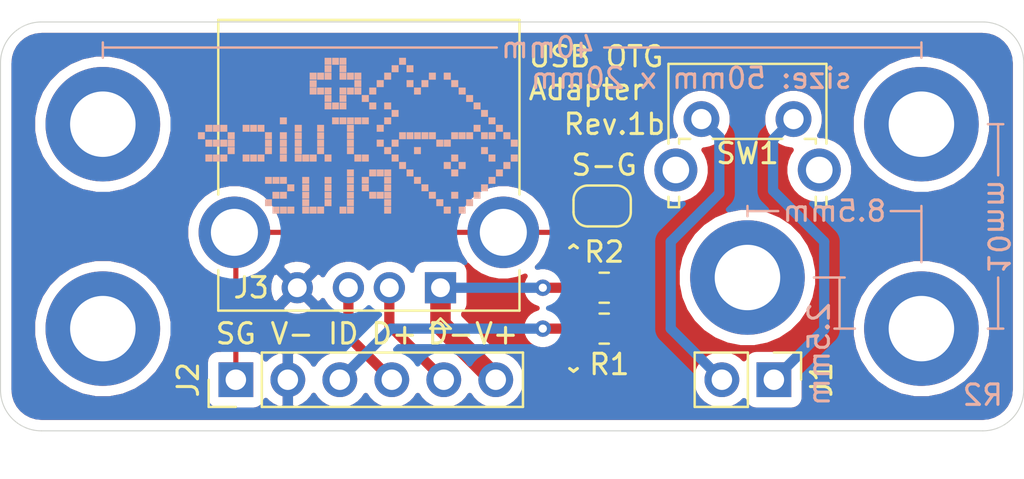
<source format=kicad_pcb>
(kicad_pcb (version 20171130) (host pcbnew 5.1.9+dfsg1-1)

  (general
    (thickness 1.6)
    (drawings 47)
    (tracks 30)
    (zones 0)
    (modules 13)
    (nets 9)
  )

  (page A4)
  (layers
    (0 F.Cu signal)
    (31 B.Cu signal)
    (32 B.Adhes user)
    (33 F.Adhes user)
    (34 B.Paste user)
    (35 F.Paste user)
    (36 B.SilkS user)
    (37 F.SilkS user)
    (38 B.Mask user)
    (39 F.Mask user)
    (40 Dwgs.User user)
    (41 Cmts.User user)
    (42 Eco1.User user)
    (43 Eco2.User user)
    (44 Edge.Cuts user)
    (45 Margin user)
    (46 B.CrtYd user)
    (47 F.CrtYd user)
    (48 B.Fab user)
    (49 F.Fab user)
  )

  (setup
    (last_trace_width 0.25)
    (user_trace_width 0.5)
    (user_trace_width 1)
    (trace_clearance 0.2)
    (zone_clearance 0.508)
    (zone_45_only no)
    (trace_min 0.2)
    (via_size 0.8)
    (via_drill 0.4)
    (via_min_size 0.4)
    (via_min_drill 0.3)
    (uvia_size 0.3)
    (uvia_drill 0.1)
    (uvias_allowed no)
    (uvia_min_size 0.2)
    (uvia_min_drill 0.1)
    (edge_width 0.05)
    (segment_width 0.2)
    (pcb_text_width 0.3)
    (pcb_text_size 1.5 1.5)
    (mod_edge_width 0.12)
    (mod_text_size 1 1)
    (mod_text_width 0.15)
    (pad_size 1.524 1.524)
    (pad_drill 0.762)
    (pad_to_mask_clearance 0)
    (aux_axis_origin 0 0)
    (visible_elements FFFFFF7F)
    (pcbplotparams
      (layerselection 0x010fc_ffffffff)
      (usegerberextensions true)
      (usegerberattributes false)
      (usegerberadvancedattributes false)
      (creategerberjobfile false)
      (excludeedgelayer true)
      (linewidth 0.100000)
      (plotframeref false)
      (viasonmask false)
      (mode 1)
      (useauxorigin false)
      (hpglpennumber 1)
      (hpglpenspeed 20)
      (hpglpendiameter 15.000000)
      (psnegative false)
      (psa4output false)
      (plotreference true)
      (plotvalue false)
      (plotinvisibletext false)
      (padsonsilk false)
      (subtractmaskfromsilk true)
      (outputformat 1)
      (mirror false)
      (drillshape 0)
      (scaleselection 1)
      (outputdirectory "geber/"))
  )

  (net 0 "")
  (net 1 "Net-(J1-Pad1)")
  (net 2 "Net-(J1-Pad2)")
  (net 3 SG)
  (net 4 ID)
  (net 5 D+)
  (net 6 D-)
  (net 7 V+)
  (net 8 V-)

  (net_class Default "This is the default net class."
    (clearance 0.2)
    (trace_width 0.25)
    (via_dia 0.8)
    (via_drill 0.4)
    (uvia_dia 0.3)
    (uvia_drill 0.1)
    (add_net D+)
    (add_net D-)
    (add_net ID)
    (add_net "Net-(J1-Pad1)")
    (add_net "Net-(J1-Pad2)")
    (add_net SG)
    (add_net V+)
    (add_net V-)
  )

  (module custom-footprints:juice-plus_logo_3k (layer B.Cu) (tedit 0) (tstamp 64073713)
    (at 132.5 110.5 180)
    (fp_text reference G*** (at 0 0) (layer B.SilkS) hide
      (effects (font (size 1.524 1.524) (thickness 0.3)) (justify mirror))
    )
    (fp_text value juice-plus_logo_3k (at 0.75 0) (layer B.SilkS) hide
      (effects (font (size 1.524 1.524) (thickness 0.3)) (justify mirror))
    )
    (fp_poly (pts (xy -4.893733 -3.869267) (xy -5.223933 -3.869267) (xy -5.223933 -3.539067) (xy -4.893733 -3.539067)
      (xy -4.893733 -3.869267)) (layer B.SilkS) (width 0.01))
    (fp_poly (pts (xy -4.1656 -3.869267) (xy -4.4958 -3.869267) (xy -4.4958 -3.539067) (xy -4.1656 -3.539067)
      (xy -4.1656 -3.869267)) (layer B.SilkS) (width 0.01))
    (fp_poly (pts (xy -1.253067 -3.869267) (xy -1.583267 -3.869267) (xy -1.583267 -3.539067) (xy -1.253067 -3.539067)
      (xy -1.253067 -3.869267)) (layer B.SilkS) (width 0.01))
    (fp_poly (pts (xy 0.567267 -3.869267) (xy 0.237067 -3.869267) (xy 0.237067 -3.539067) (xy 0.567267 -3.539067)
      (xy 0.567267 -3.869267)) (layer B.SilkS) (width 0.01))
    (fp_poly (pts (xy 0.931334 -3.869267) (xy 0.601134 -3.869267) (xy 0.601134 -3.539067) (xy 0.931334 -3.539067)
      (xy 0.931334 -3.869267)) (layer B.SilkS) (width 0.01))
    (fp_poly (pts (xy 2.023534 -3.869267) (xy 1.693334 -3.869267) (xy 1.693334 -3.539067) (xy 2.023534 -3.539067)
      (xy 2.023534 -3.869267)) (layer B.SilkS) (width 0.01))
    (fp_poly (pts (xy 2.3876 -3.869267) (xy 2.0574 -3.869267) (xy 2.0574 -3.539067) (xy 2.3876 -3.539067)
      (xy 2.3876 -3.869267)) (layer B.SilkS) (width 0.01))
    (fp_poly (pts (xy 2.751667 -3.869267) (xy 2.421467 -3.869267) (xy 2.421467 -3.539067) (xy 2.751667 -3.539067)
      (xy 2.751667 -3.869267)) (layer B.SilkS) (width 0.01))
    (fp_poly (pts (xy 3.4798 -3.869267) (xy 3.1496 -3.869267) (xy 3.1496 -3.539067) (xy 3.4798 -3.539067)
      (xy 3.4798 -3.869267)) (layer B.SilkS) (width 0.01))
    (fp_poly (pts (xy 3.843867 -3.869267) (xy 3.513667 -3.869267) (xy 3.513667 -3.539067) (xy 3.843867 -3.539067)
      (xy 3.843867 -3.869267)) (layer B.SilkS) (width 0.01))
    (fp_poly (pts (xy 4.207934 -3.869267) (xy 3.877734 -3.869267) (xy 3.877734 -3.539067) (xy 4.207934 -3.539067)
      (xy 4.207934 -3.869267)) (layer B.SilkS) (width 0.01))
    (fp_poly (pts (xy -5.2578 -3.5052) (xy -5.588 -3.5052) (xy -5.588 -3.175) (xy -5.2578 -3.175)
      (xy -5.2578 -3.5052)) (layer B.SilkS) (width 0.01))
    (fp_poly (pts (xy -3.801533 -3.5052) (xy -4.131733 -3.5052) (xy -4.131733 -3.175) (xy -3.801533 -3.175)
      (xy -3.801533 -3.5052)) (layer B.SilkS) (width 0.01))
    (fp_poly (pts (xy -1.253067 -3.5052) (xy -1.583267 -3.5052) (xy -1.583267 -3.175) (xy -1.253067 -3.175)
      (xy -1.253067 -3.5052)) (layer B.SilkS) (width 0.01))
    (fp_poly (pts (xy 0.567267 -3.5052) (xy 0.237067 -3.5052) (xy 0.237067 -3.175) (xy 0.567267 -3.175)
      (xy 0.567267 -3.5052)) (layer B.SilkS) (width 0.01))
    (fp_poly (pts (xy 1.659467 -3.5052) (xy 1.329267 -3.5052) (xy 1.329267 -3.175) (xy 1.659467 -3.175)
      (xy 1.659467 -3.5052)) (layer B.SilkS) (width 0.01))
    (fp_poly (pts (xy 2.751667 -3.5052) (xy 2.421467 -3.5052) (xy 2.421467 -3.175) (xy 2.751667 -3.175)
      (xy 2.751667 -3.5052)) (layer B.SilkS) (width 0.01))
    (fp_poly (pts (xy 4.572 -3.5052) (xy 4.2418 -3.5052) (xy 4.2418 -3.175) (xy 4.572 -3.175)
      (xy 4.572 -3.5052)) (layer B.SilkS) (width 0.01))
    (fp_poly (pts (xy -5.621866 -3.141133) (xy -5.952066 -3.141133) (xy -5.952066 -2.810933) (xy -5.621866 -2.810933)
      (xy -5.621866 -3.141133)) (layer B.SilkS) (width 0.01))
    (fp_poly (pts (xy -4.529667 -3.141133) (xy -4.859867 -3.141133) (xy -4.859867 -2.810933) (xy -4.529667 -2.810933)
      (xy -4.529667 -3.141133)) (layer B.SilkS) (width 0.01))
    (fp_poly (pts (xy -3.437466 -3.141133) (xy -3.767666 -3.141133) (xy -3.767666 -2.810933) (xy -3.437466 -2.810933)
      (xy -3.437466 -3.141133)) (layer B.SilkS) (width 0.01))
    (fp_poly (pts (xy -1.253067 -3.141133) (xy -1.583267 -3.141133) (xy -1.583267 -2.810933) (xy -1.253067 -2.810933)
      (xy -1.253067 -3.141133)) (layer B.SilkS) (width 0.01))
    (fp_poly (pts (xy -0.889 -3.141133) (xy -1.2192 -3.141133) (xy -1.2192 -2.810933) (xy -0.889 -2.810933)
      (xy -0.889 -3.141133)) (layer B.SilkS) (width 0.01))
    (fp_poly (pts (xy -0.524933 -3.141133) (xy -0.855133 -3.141133) (xy -0.855133 -2.810933) (xy -0.524933 -2.810933)
      (xy -0.524933 -3.141133)) (layer B.SilkS) (width 0.01))
    (fp_poly (pts (xy 0.567267 -3.141133) (xy 0.237067 -3.141133) (xy 0.237067 -2.810933) (xy 0.567267 -2.810933)
      (xy 0.567267 -3.141133)) (layer B.SilkS) (width 0.01))
    (fp_poly (pts (xy 1.659467 -3.141133) (xy 1.329267 -3.141133) (xy 1.329267 -2.810933) (xy 1.659467 -2.810933)
      (xy 1.659467 -3.141133)) (layer B.SilkS) (width 0.01))
    (fp_poly (pts (xy 2.751667 -3.141133) (xy 2.421467 -3.141133) (xy 2.421467 -2.810933) (xy 2.751667 -2.810933)
      (xy 2.751667 -3.141133)) (layer B.SilkS) (width 0.01))
    (fp_poly (pts (xy 3.843867 -3.141133) (xy 3.513667 -3.141133) (xy 3.513667 -2.810933) (xy 3.843867 -2.810933)
      (xy 3.843867 -3.141133)) (layer B.SilkS) (width 0.01))
    (fp_poly (pts (xy 4.207934 -3.141133) (xy 3.877734 -3.141133) (xy 3.877734 -2.810933) (xy 4.207934 -2.810933)
      (xy 4.207934 -3.141133)) (layer B.SilkS) (width 0.01))
    (fp_poly (pts (xy -5.985933 -2.777067) (xy -6.316133 -2.777067) (xy -6.316133 -2.446867) (xy -5.985933 -2.446867)
      (xy -5.985933 -2.777067)) (layer B.SilkS) (width 0.01))
    (fp_poly (pts (xy -3.0734 -2.777067) (xy -3.4036 -2.777067) (xy -3.4036 -2.446867) (xy -3.0734 -2.446867)
      (xy -3.0734 -2.777067)) (layer B.SilkS) (width 0.01))
    (fp_poly (pts (xy -1.253067 -2.777067) (xy -1.583267 -2.777067) (xy -1.583267 -2.446867) (xy -1.253067 -2.446867)
      (xy -1.253067 -2.777067)) (layer B.SilkS) (width 0.01))
    (fp_poly (pts (xy -0.160867 -2.777067) (xy -0.491067 -2.777067) (xy -0.491067 -2.446867) (xy -0.160867 -2.446867)
      (xy -0.160867 -2.777067)) (layer B.SilkS) (width 0.01))
    (fp_poly (pts (xy 0.567267 -2.777067) (xy 0.237067 -2.777067) (xy 0.237067 -2.446867) (xy 0.567267 -2.446867)
      (xy 0.567267 -2.777067)) (layer B.SilkS) (width 0.01))
    (fp_poly (pts (xy 1.659467 -2.777067) (xy 1.329267 -2.777067) (xy 1.329267 -2.446867) (xy 1.659467 -2.446867)
      (xy 1.659467 -2.777067)) (layer B.SilkS) (width 0.01))
    (fp_poly (pts (xy 2.751667 -2.777067) (xy 2.421467 -2.777067) (xy 2.421467 -2.446867) (xy 2.751667 -2.446867)
      (xy 2.751667 -2.777067)) (layer B.SilkS) (width 0.01))
    (fp_poly (pts (xy 3.4798 -2.777067) (xy 3.1496 -2.777067) (xy 3.1496 -2.446867) (xy 3.4798 -2.446867)
      (xy 3.4798 -2.777067)) (layer B.SilkS) (width 0.01))
    (fp_poly (pts (xy -6.35 -2.413) (xy -6.6802 -2.413) (xy -6.6802 -2.0828) (xy -6.35 -2.0828)
      (xy -6.35 -2.413)) (layer B.SilkS) (width 0.01))
    (fp_poly (pts (xy -2.709333 -2.413) (xy -3.039533 -2.413) (xy -3.039533 -2.0828) (xy -2.709333 -2.0828)
      (xy -2.709333 -2.413)) (layer B.SilkS) (width 0.01))
    (fp_poly (pts (xy -1.253067 -2.413) (xy -1.583267 -2.413) (xy -1.583267 -2.0828) (xy -1.253067 -2.0828)
      (xy -1.253067 -2.413)) (layer B.SilkS) (width 0.01))
    (fp_poly (pts (xy -0.160867 -2.413) (xy -0.491067 -2.413) (xy -0.491067 -2.0828) (xy -0.160867 -2.0828)
      (xy -0.160867 -2.413)) (layer B.SilkS) (width 0.01))
    (fp_poly (pts (xy 0.567267 -2.413) (xy 0.237067 -2.413) (xy 0.237067 -2.0828) (xy 0.567267 -2.0828)
      (xy 0.567267 -2.413)) (layer B.SilkS) (width 0.01))
    (fp_poly (pts (xy 1.659467 -2.413) (xy 1.329267 -2.413) (xy 1.329267 -2.0828) (xy 1.659467 -2.0828)
      (xy 1.659467 -2.413)) (layer B.SilkS) (width 0.01))
    (fp_poly (pts (xy 2.751667 -2.413) (xy 2.421467 -2.413) (xy 2.421467 -2.0828) (xy 2.751667 -2.0828)
      (xy 2.751667 -2.413)) (layer B.SilkS) (width 0.01))
    (fp_poly (pts (xy 3.843867 -2.413) (xy 3.513667 -2.413) (xy 3.513667 -2.0828) (xy 3.843867 -2.0828)
      (xy 3.843867 -2.413)) (layer B.SilkS) (width 0.01))
    (fp_poly (pts (xy 4.207934 -2.413) (xy 3.877734 -2.413) (xy 3.877734 -2.0828) (xy 4.207934 -2.0828)
      (xy 4.207934 -2.413)) (layer B.SilkS) (width 0.01))
    (fp_poly (pts (xy 4.572 -2.413) (xy 4.2418 -2.413) (xy 4.2418 -2.0828) (xy 4.572 -2.0828)
      (xy 4.572 -2.413)) (layer B.SilkS) (width 0.01))
    (fp_poly (pts (xy -6.714067 -2.048934) (xy -7.044266 -2.048934) (xy -7.044266 -1.718734) (xy -6.714067 -1.718734)
      (xy -6.714067 -2.048934)) (layer B.SilkS) (width 0.01))
    (fp_poly (pts (xy -4.529667 -2.048934) (xy -4.859867 -2.048934) (xy -4.859867 -1.718734) (xy -4.529667 -1.718734)
      (xy -4.529667 -2.048934)) (layer B.SilkS) (width 0.01))
    (fp_poly (pts (xy -2.345266 -2.048934) (xy -2.675466 -2.048934) (xy -2.675466 -1.718734) (xy -2.345266 -1.718734)
      (xy -2.345266 -2.048934)) (layer B.SilkS) (width 0.01))
    (fp_poly (pts (xy -1.253067 -2.048934) (xy -1.583267 -2.048934) (xy -1.583267 -1.718734) (xy -1.253067 -1.718734)
      (xy -1.253067 -2.048934)) (layer B.SilkS) (width 0.01))
    (fp_poly (pts (xy -0.889 -2.048934) (xy -1.2192 -2.048934) (xy -1.2192 -1.718734) (xy -0.889 -1.718734)
      (xy -0.889 -2.048934)) (layer B.SilkS) (width 0.01))
    (fp_poly (pts (xy -0.524933 -2.048934) (xy -0.855133 -2.048934) (xy -0.855133 -1.718734) (xy -0.524933 -1.718734)
      (xy -0.524933 -2.048934)) (layer B.SilkS) (width 0.01))
    (fp_poly (pts (xy 0.567267 -2.048934) (xy 0.237067 -2.048934) (xy 0.237067 -1.718734) (xy 0.567267 -1.718734)
      (xy 0.567267 -2.048934)) (layer B.SilkS) (width 0.01))
    (fp_poly (pts (xy -7.078133 -1.684867) (xy -7.408333 -1.684867) (xy -7.408333 -1.354667) (xy -7.078133 -1.354667)
      (xy -7.078133 -1.684867)) (layer B.SilkS) (width 0.01))
    (fp_poly (pts (xy -4.893733 -1.684867) (xy -5.223933 -1.684867) (xy -5.223933 -1.354667) (xy -4.893733 -1.354667)
      (xy -4.893733 -1.684867)) (layer B.SilkS) (width 0.01))
    (fp_poly (pts (xy -4.1656 -1.684867) (xy -4.4958 -1.684867) (xy -4.4958 -1.354667) (xy -4.1656 -1.354667)
      (xy -4.1656 -1.684867)) (layer B.SilkS) (width 0.01))
    (fp_poly (pts (xy -1.9812 -1.684867) (xy -2.3114 -1.684867) (xy -2.3114 -1.354667) (xy -1.9812 -1.354667)
      (xy -1.9812 -1.684867)) (layer B.SilkS) (width 0.01))
    (fp_poly (pts (xy -7.4422 -1.3208) (xy -7.7724 -1.3208) (xy -7.7724 -0.9906) (xy -7.4422 -0.9906)
      (xy -7.4422 -1.3208)) (layer B.SilkS) (width 0.01))
    (fp_poly (pts (xy -6.35 -1.3208) (xy -6.6802 -1.3208) (xy -6.6802 -0.9906) (xy -6.35 -0.9906)
      (xy -6.35 -1.3208)) (layer B.SilkS) (width 0.01))
    (fp_poly (pts (xy -4.529667 -1.3208) (xy -4.859867 -1.3208) (xy -4.859867 -0.9906) (xy -4.529667 -0.9906)
      (xy -4.529667 -1.3208)) (layer B.SilkS) (width 0.01))
    (fp_poly (pts (xy -1.617133 -1.3208) (xy -1.947333 -1.3208) (xy -1.947333 -0.9906) (xy -1.617133 -0.9906)
      (xy -1.617133 -1.3208)) (layer B.SilkS) (width 0.01))
    (fp_poly (pts (xy -0.160867 -1.3208) (xy -0.491067 -1.3208) (xy -0.491067 -0.9906) (xy -0.160867 -0.9906)
      (xy -0.160867 -1.3208)) (layer B.SilkS) (width 0.01))
    (fp_poly (pts (xy 0.2032 -1.3208) (xy -0.127 -1.3208) (xy -0.127 -0.9906) (xy 0.2032 -0.9906)
      (xy 0.2032 -1.3208)) (layer B.SilkS) (width 0.01))
    (fp_poly (pts (xy 1.659467 -1.3208) (xy 1.329267 -1.3208) (xy 1.329267 -0.9906) (xy 1.659467 -0.9906)
      (xy 1.659467 -1.3208)) (layer B.SilkS) (width 0.01))
    (fp_poly (pts (xy 2.3876 -1.3208) (xy 2.0574 -1.3208) (xy 2.0574 -0.9906) (xy 2.3876 -0.9906)
      (xy 2.3876 -1.3208)) (layer B.SilkS) (width 0.01))
    (fp_poly (pts (xy 2.751667 -1.3208) (xy 2.421467 -1.3208) (xy 2.421467 -0.9906) (xy 2.751667 -0.9906)
      (xy 2.751667 -1.3208)) (layer B.SilkS) (width 0.01))
    (fp_poly (pts (xy 3.115734 -1.3208) (xy 2.785534 -1.3208) (xy 2.785534 -0.9906) (xy 3.115734 -0.9906)
      (xy 3.115734 -1.3208)) (layer B.SilkS) (width 0.01))
    (fp_poly (pts (xy 3.843867 -1.3208) (xy 3.513667 -1.3208) (xy 3.513667 -0.9906) (xy 3.843867 -0.9906)
      (xy 3.843867 -1.3208)) (layer B.SilkS) (width 0.01))
    (fp_poly (pts (xy 4.936067 -1.3208) (xy 4.605867 -1.3208) (xy 4.605867 -0.9906) (xy 4.936067 -0.9906)
      (xy 4.936067 -1.3208)) (layer B.SilkS) (width 0.01))
    (fp_poly (pts (xy 5.300133 -1.3208) (xy 4.969933 -1.3208) (xy 4.969933 -0.9906) (xy 5.300133 -0.9906)
      (xy 5.300133 -1.3208)) (layer B.SilkS) (width 0.01))
    (fp_poly (pts (xy 5.6642 -1.3208) (xy 5.334 -1.3208) (xy 5.334 -0.9906) (xy 5.6642 -0.9906)
      (xy 5.6642 -1.3208)) (layer B.SilkS) (width 0.01))
    (fp_poly (pts (xy 6.7564 -1.3208) (xy 6.4262 -1.3208) (xy 6.4262 -0.9906) (xy 6.7564 -0.9906)
      (xy 6.7564 -1.3208)) (layer B.SilkS) (width 0.01))
    (fp_poly (pts (xy 7.120467 -1.3208) (xy 6.790267 -1.3208) (xy 6.790267 -0.9906) (xy 7.120467 -0.9906)
      (xy 7.120467 -1.3208)) (layer B.SilkS) (width 0.01))
    (fp_poly (pts (xy 7.484533 -1.3208) (xy 7.154333 -1.3208) (xy 7.154333 -0.9906) (xy 7.484533 -0.9906)
      (xy 7.484533 -1.3208)) (layer B.SilkS) (width 0.01))
    (fp_poly (pts (xy -5.985933 -0.956734) (xy -6.316133 -0.956734) (xy -6.316133 -0.626534) (xy -5.985933 -0.626534)
      (xy -5.985933 -0.956734)) (layer B.SilkS) (width 0.01))
    (fp_poly (pts (xy -2.709333 -0.956734) (xy -3.039533 -0.956734) (xy -3.039533 -0.626534) (xy -2.709333 -0.626534)
      (xy -2.709333 -0.956734)) (layer B.SilkS) (width 0.01))
    (fp_poly (pts (xy -1.253067 -0.956734) (xy -1.583267 -0.956734) (xy -1.583267 -0.626534) (xy -1.253067 -0.626534)
      (xy -1.253067 -0.956734)) (layer B.SilkS) (width 0.01))
    (fp_poly (pts (xy 0.567267 -0.956734) (xy 0.237067 -0.956734) (xy 0.237067 -0.626534) (xy 0.567267 -0.626534)
      (xy 0.567267 -0.956734)) (layer B.SilkS) (width 0.01))
    (fp_poly (pts (xy 2.023534 -0.956734) (xy 1.693334 -0.956734) (xy 1.693334 -0.626534) (xy 2.023534 -0.626534)
      (xy 2.023534 -0.956734)) (layer B.SilkS) (width 0.01))
    (fp_poly (pts (xy 3.115734 -0.956734) (xy 2.785534 -0.956734) (xy 2.785534 -0.626534) (xy 3.115734 -0.626534)
      (xy 3.115734 -0.956734)) (layer B.SilkS) (width 0.01))
    (fp_poly (pts (xy 3.843867 -0.956734) (xy 3.513667 -0.956734) (xy 3.513667 -0.626534) (xy 3.843867 -0.626534)
      (xy 3.843867 -0.956734)) (layer B.SilkS) (width 0.01))
    (fp_poly (pts (xy 4.572 -0.956734) (xy 4.2418 -0.956734) (xy 4.2418 -0.626534) (xy 4.572 -0.626534)
      (xy 4.572 -0.956734)) (layer B.SilkS) (width 0.01))
    (fp_poly (pts (xy 6.392333 -0.956734) (xy 6.062133 -0.956734) (xy 6.062133 -0.626534) (xy 6.392333 -0.626534)
      (xy 6.392333 -0.956734)) (layer B.SilkS) (width 0.01))
    (fp_poly (pts (xy -7.4422 -0.592667) (xy -7.7724 -0.592667) (xy -7.7724 -0.262467) (xy -7.4422 -0.262467)
      (xy -7.4422 -0.592667)) (layer B.SilkS) (width 0.01))
    (fp_poly (pts (xy -4.1656 -0.592667) (xy -4.4958 -0.592667) (xy -4.4958 -0.262467) (xy -4.1656 -0.262467)
      (xy -4.1656 -0.592667)) (layer B.SilkS) (width 0.01))
    (fp_poly (pts (xy -3.801533 -0.592667) (xy -4.131733 -0.592667) (xy -4.131733 -0.262467) (xy -3.801533 -0.262467)
      (xy -3.801533 -0.592667)) (layer B.SilkS) (width 0.01))
    (fp_poly (pts (xy -1.617133 -0.592667) (xy -1.947333 -0.592667) (xy -1.947333 -0.262467) (xy -1.617133 -0.262467)
      (xy -1.617133 -0.592667)) (layer B.SilkS) (width 0.01))
    (fp_poly (pts (xy -0.889 -0.592667) (xy -1.2192 -0.592667) (xy -1.2192 -0.262467) (xy -0.889 -0.262467)
      (xy -0.889 -0.592667)) (layer B.SilkS) (width 0.01))
    (fp_poly (pts (xy 0.567267 -0.592667) (xy 0.237067 -0.592667) (xy 0.237067 -0.262467) (xy 0.567267 -0.262467)
      (xy 0.567267 -0.592667)) (layer B.SilkS) (width 0.01))
    (fp_poly (pts (xy 2.023534 -0.592667) (xy 1.693334 -0.592667) (xy 1.693334 -0.262467) (xy 2.023534 -0.262467)
      (xy 2.023534 -0.592667)) (layer B.SilkS) (width 0.01))
    (fp_poly (pts (xy 3.115734 -0.592667) (xy 2.785534 -0.592667) (xy 2.785534 -0.262467) (xy 3.115734 -0.262467)
      (xy 3.115734 -0.592667)) (layer B.SilkS) (width 0.01))
    (fp_poly (pts (xy 3.843867 -0.592667) (xy 3.513667 -0.592667) (xy 3.513667 -0.262467) (xy 3.843867 -0.262467)
      (xy 3.843867 -0.592667)) (layer B.SilkS) (width 0.01))
    (fp_poly (pts (xy 4.572 -0.592667) (xy 4.2418 -0.592667) (xy 4.2418 -0.262467) (xy 4.572 -0.262467)
      (xy 4.572 -0.592667)) (layer B.SilkS) (width 0.01))
    (fp_poly (pts (xy 6.392333 -0.592667) (xy 6.062133 -0.592667) (xy 6.062133 -0.262467) (xy 6.392333 -0.262467)
      (xy 6.392333 -0.592667)) (layer B.SilkS) (width 0.01))
    (fp_poly (pts (xy 6.7564 -0.592667) (xy 6.4262 -0.592667) (xy 6.4262 -0.262467) (xy 6.7564 -0.262467)
      (xy 6.7564 -0.592667)) (layer B.SilkS) (width 0.01))
    (fp_poly (pts (xy 7.120467 -0.592667) (xy 6.790267 -0.592667) (xy 6.790267 -0.262467) (xy 7.120467 -0.262467)
      (xy 7.120467 -0.592667)) (layer B.SilkS) (width 0.01))
    (fp_poly (pts (xy 7.484533 -0.592667) (xy 7.154333 -0.592667) (xy 7.154333 -0.262467) (xy 7.484533 -0.262467)
      (xy 7.484533 -0.592667)) (layer B.SilkS) (width 0.01))
    (fp_poly (pts (xy -7.078133 -0.2286) (xy -7.408333 -0.2286) (xy -7.408333 0.1016) (xy -7.078133 0.1016)
      (xy -7.078133 -0.2286)) (layer B.SilkS) (width 0.01))
    (fp_poly (pts (xy -6.35 -0.2286) (xy -6.6802 -0.2286) (xy -6.6802 0.1016) (xy -6.35 0.1016)
      (xy -6.35 -0.2286)) (layer B.SilkS) (width 0.01))
    (fp_poly (pts (xy -5.985933 -0.2286) (xy -6.316133 -0.2286) (xy -6.316133 0.1016) (xy -5.985933 0.1016)
      (xy -5.985933 -0.2286)) (layer B.SilkS) (width 0.01))
    (fp_poly (pts (xy -5.2578 -0.2286) (xy -5.588 -0.2286) (xy -5.588 0.1016) (xy -5.2578 0.1016)
      (xy -5.2578 -0.2286)) (layer B.SilkS) (width 0.01))
    (fp_poly (pts (xy -4.893733 -0.2286) (xy -5.223933 -0.2286) (xy -5.223933 0.1016) (xy -4.893733 0.1016)
      (xy -4.893733 -0.2286)) (layer B.SilkS) (width 0.01))
    (fp_poly (pts (xy -4.529667 -0.2286) (xy -4.859867 -0.2286) (xy -4.859867 0.1016) (xy -4.529667 0.1016)
      (xy -4.529667 -0.2286)) (layer B.SilkS) (width 0.01))
    (fp_poly (pts (xy -3.437466 -0.2286) (xy -3.767666 -0.2286) (xy -3.767666 0.1016) (xy -3.437466 0.1016)
      (xy -3.437466 -0.2286)) (layer B.SilkS) (width 0.01))
    (fp_poly (pts (xy -3.0734 -0.2286) (xy -3.4036 -0.2286) (xy -3.4036 0.1016) (xy -3.0734 0.1016)
      (xy -3.0734 -0.2286)) (layer B.SilkS) (width 0.01))
    (fp_poly (pts (xy -2.709333 -0.2286) (xy -3.039533 -0.2286) (xy -3.039533 0.1016) (xy -2.709333 0.1016)
      (xy -2.709333 -0.2286)) (layer B.SilkS) (width 0.01))
    (fp_poly (pts (xy -2.345266 -0.2286) (xy -2.675466 -0.2286) (xy -2.675466 0.1016) (xy -2.345266 0.1016)
      (xy -2.345266 -0.2286)) (layer B.SilkS) (width 0.01))
    (fp_poly (pts (xy -1.9812 -0.2286) (xy -2.3114 -0.2286) (xy -2.3114 0.1016) (xy -1.9812 0.1016)
      (xy -1.9812 -0.2286)) (layer B.SilkS) (width 0.01))
    (fp_poly (pts (xy 0.567267 -0.2286) (xy 0.237067 -0.2286) (xy 0.237067 0.1016) (xy 0.567267 0.1016)
      (xy 0.567267 -0.2286)) (layer B.SilkS) (width 0.01))
    (fp_poly (pts (xy 2.023534 -0.2286) (xy 1.693334 -0.2286) (xy 1.693334 0.1016) (xy 2.023534 0.1016)
      (xy 2.023534 -0.2286)) (layer B.SilkS) (width 0.01))
    (fp_poly (pts (xy 3.115734 -0.2286) (xy 2.785534 -0.2286) (xy 2.785534 0.1016) (xy 3.115734 0.1016)
      (xy 3.115734 -0.2286)) (layer B.SilkS) (width 0.01))
    (fp_poly (pts (xy 3.843867 -0.2286) (xy 3.513667 -0.2286) (xy 3.513667 0.1016) (xy 3.843867 0.1016)
      (xy 3.843867 -0.2286)) (layer B.SilkS) (width 0.01))
    (fp_poly (pts (xy 4.572 -0.2286) (xy 4.2418 -0.2286) (xy 4.2418 0.1016) (xy 4.572 0.1016)
      (xy 4.572 -0.2286)) (layer B.SilkS) (width 0.01))
    (fp_poly (pts (xy 6.392333 -0.2286) (xy 6.062133 -0.2286) (xy 6.062133 0.1016) (xy 6.392333 0.1016)
      (xy 6.392333 -0.2286)) (layer B.SilkS) (width 0.01))
    (fp_poly (pts (xy 7.8486 -0.2286) (xy 7.5184 -0.2286) (xy 7.5184 0.1016) (xy 7.8486 0.1016)
      (xy 7.8486 -0.2286)) (layer B.SilkS) (width 0.01))
    (fp_poly (pts (xy -6.714067 0.135467) (xy -7.044266 0.135467) (xy -7.044266 0.465667) (xy -6.714067 0.465667)
      (xy -6.714067 0.135467)) (layer B.SilkS) (width 0.01))
    (fp_poly (pts (xy -5.621866 0.135467) (xy -5.952066 0.135467) (xy -5.952066 0.465667) (xy -5.621866 0.465667)
      (xy -5.621866 0.135467)) (layer B.SilkS) (width 0.01))
    (fp_poly (pts (xy -0.889 0.135467) (xy -1.2192 0.135467) (xy -1.2192 0.465667) (xy -0.889 0.465667)
      (xy -0.889 0.135467)) (layer B.SilkS) (width 0.01))
    (fp_poly (pts (xy 0.567267 0.135467) (xy 0.237067 0.135467) (xy 0.237067 0.465667) (xy 0.567267 0.465667)
      (xy 0.567267 0.135467)) (layer B.SilkS) (width 0.01))
    (fp_poly (pts (xy 2.023534 0.135467) (xy 1.693334 0.135467) (xy 1.693334 0.465667) (xy 2.023534 0.465667)
      (xy 2.023534 0.135467)) (layer B.SilkS) (width 0.01))
    (fp_poly (pts (xy 3.115734 0.135467) (xy 2.785534 0.135467) (xy 2.785534 0.465667) (xy 3.115734 0.465667)
      (xy 3.115734 0.135467)) (layer B.SilkS) (width 0.01))
    (fp_poly (pts (xy 4.936067 0.135467) (xy 4.605867 0.135467) (xy 4.605867 0.465667) (xy 4.936067 0.465667)
      (xy 4.936067 0.135467)) (layer B.SilkS) (width 0.01))
    (fp_poly (pts (xy 5.300133 0.135467) (xy 4.969933 0.135467) (xy 4.969933 0.465667) (xy 5.300133 0.465667)
      (xy 5.300133 0.135467)) (layer B.SilkS) (width 0.01))
    (fp_poly (pts (xy 5.6642 0.135467) (xy 5.334 0.135467) (xy 5.334 0.465667) (xy 5.6642 0.465667)
      (xy 5.6642 0.135467)) (layer B.SilkS) (width 0.01))
    (fp_poly (pts (xy 6.7564 0.135467) (xy 6.4262 0.135467) (xy 6.4262 0.465667) (xy 6.7564 0.465667)
      (xy 6.7564 0.135467)) (layer B.SilkS) (width 0.01))
    (fp_poly (pts (xy 7.120467 0.135467) (xy 6.790267 0.135467) (xy 6.790267 0.465667) (xy 7.120467 0.465667)
      (xy 7.120467 0.135467)) (layer B.SilkS) (width 0.01))
    (fp_poly (pts (xy 7.484533 0.135467) (xy 7.154333 0.135467) (xy 7.154333 0.465667) (xy 7.484533 0.465667)
      (xy 7.484533 0.135467)) (layer B.SilkS) (width 0.01))
    (fp_poly (pts (xy -6.35 0.499533) (xy -6.6802 0.499533) (xy -6.6802 0.829733) (xy -6.35 0.829733)
      (xy -6.35 0.499533)) (layer B.SilkS) (width 0.01))
    (fp_poly (pts (xy -1.253067 0.499533) (xy -1.583267 0.499533) (xy -1.583267 0.829733) (xy -1.253067 0.829733)
      (xy -1.253067 0.499533)) (layer B.SilkS) (width 0.01))
    (fp_poly (pts (xy -0.160867 0.499533) (xy -0.491067 0.499533) (xy -0.491067 0.829733) (xy -0.160867 0.829733)
      (xy -0.160867 0.499533)) (layer B.SilkS) (width 0.01))
    (fp_poly (pts (xy 0.2032 0.499533) (xy -0.127 0.499533) (xy -0.127 0.829733) (xy 0.2032 0.829733)
      (xy 0.2032 0.499533)) (layer B.SilkS) (width 0.01))
    (fp_poly (pts (xy 0.567267 0.499533) (xy 0.237067 0.499533) (xy 0.237067 0.829733) (xy 0.567267 0.829733)
      (xy 0.567267 0.499533)) (layer B.SilkS) (width 0.01))
    (fp_poly (pts (xy 0.931334 0.499533) (xy 0.601134 0.499533) (xy 0.601134 0.829733) (xy 0.931334 0.829733)
      (xy 0.931334 0.499533)) (layer B.SilkS) (width 0.01))
    (fp_poly (pts (xy 1.2954 0.499533) (xy 0.9652 0.499533) (xy 0.9652 0.829733) (xy 1.2954 0.829733)
      (xy 1.2954 0.499533)) (layer B.SilkS) (width 0.01))
    (fp_poly (pts (xy 3.843867 0.499533) (xy 3.513667 0.499533) (xy 3.513667 0.829733) (xy 3.843867 0.829733)
      (xy 3.843867 0.499533)) (layer B.SilkS) (width 0.01))
    (fp_poly (pts (xy -5.985933 0.8636) (xy -6.316133 0.8636) (xy -6.316133 1.1938) (xy -5.985933 1.1938)
      (xy -5.985933 0.8636)) (layer B.SilkS) (width 0.01))
    (fp_poly (pts (xy -1.617133 0.8636) (xy -1.947333 0.8636) (xy -1.947333 1.1938) (xy -1.617133 1.1938)
      (xy -1.617133 0.8636)) (layer B.SilkS) (width 0.01))
    (fp_poly (pts (xy -5.621866 1.227666) (xy -5.952066 1.227666) (xy -5.952066 1.557866) (xy -5.621866 1.557866)
      (xy -5.621866 1.227666)) (layer B.SilkS) (width 0.01))
    (fp_poly (pts (xy -1.253067 1.227666) (xy -1.583267 1.227666) (xy -1.583267 1.557866) (xy -1.253067 1.557866)
      (xy -1.253067 1.227666)) (layer B.SilkS) (width 0.01))
    (fp_poly (pts (xy -0.524933 1.227666) (xy -0.855133 1.227666) (xy -0.855133 1.557866) (xy -0.524933 1.557866)
      (xy -0.524933 1.227666)) (layer B.SilkS) (width 0.01))
    (fp_poly (pts (xy 0.931334 1.227666) (xy 0.601134 1.227666) (xy 0.601134 1.557866) (xy 0.931334 1.557866)
      (xy 0.931334 1.227666)) (layer B.SilkS) (width 0.01))
    (fp_poly (pts (xy 1.2954 1.227666) (xy 0.9652 1.227666) (xy 0.9652 1.557866) (xy 1.2954 1.557866)
      (xy 1.2954 1.227666)) (layer B.SilkS) (width 0.01))
    (fp_poly (pts (xy 1.659467 1.227666) (xy 1.329267 1.227666) (xy 1.329267 1.557866) (xy 1.659467 1.557866)
      (xy 1.659467 1.227666)) (layer B.SilkS) (width 0.01))
    (fp_poly (pts (xy -5.2578 1.591733) (xy -5.588 1.591733) (xy -5.588 1.921933) (xy -5.2578 1.921933)
      (xy -5.2578 1.591733)) (layer B.SilkS) (width 0.01))
    (fp_poly (pts (xy -0.160867 1.591733) (xy -0.491067 1.591733) (xy -0.491067 1.921933) (xy -0.160867 1.921933)
      (xy -0.160867 1.591733)) (layer B.SilkS) (width 0.01))
    (fp_poly (pts (xy 0.931334 1.591733) (xy 0.601134 1.591733) (xy 0.601134 1.921933) (xy 0.931334 1.921933)
      (xy 0.931334 1.591733)) (layer B.SilkS) (width 0.01))
    (fp_poly (pts (xy 1.659467 1.591733) (xy 1.329267 1.591733) (xy 1.329267 1.921933) (xy 1.659467 1.921933)
      (xy 1.659467 1.591733)) (layer B.SilkS) (width 0.01))
    (fp_poly (pts (xy -4.893733 1.9558) (xy -5.223933 1.9558) (xy -5.223933 2.286) (xy -4.893733 2.286)
      (xy -4.893733 1.9558)) (layer B.SilkS) (width 0.01))
    (fp_poly (pts (xy -2.709333 1.9558) (xy -3.039533 1.9558) (xy -3.039533 2.286) (xy -2.709333 2.286)
      (xy -2.709333 1.9558)) (layer B.SilkS) (width 0.01))
    (fp_poly (pts (xy -0.524933 1.9558) (xy -0.855133 1.9558) (xy -0.855133 2.286) (xy -0.524933 2.286)
      (xy -0.524933 1.9558)) (layer B.SilkS) (width 0.01))
    (fp_poly (pts (xy 0.2032 1.9558) (xy -0.127 1.9558) (xy -0.127 2.286) (xy 0.2032 2.286)
      (xy 0.2032 1.9558)) (layer B.SilkS) (width 0.01))
    (fp_poly (pts (xy 0.567267 1.9558) (xy 0.237067 1.9558) (xy 0.237067 2.286) (xy 0.567267 2.286)
      (xy 0.567267 1.9558)) (layer B.SilkS) (width 0.01))
    (fp_poly (pts (xy 0.931334 1.9558) (xy 0.601134 1.9558) (xy 0.601134 2.286) (xy 0.931334 2.286)
      (xy 0.931334 1.9558)) (layer B.SilkS) (width 0.01))
    (fp_poly (pts (xy 1.659467 1.9558) (xy 1.329267 1.9558) (xy 1.329267 2.286) (xy 1.659467 2.286)
      (xy 1.659467 1.9558)) (layer B.SilkS) (width 0.01))
    (fp_poly (pts (xy 2.023534 1.9558) (xy 1.693334 1.9558) (xy 1.693334 2.286) (xy 2.023534 2.286)
      (xy 2.023534 1.9558)) (layer B.SilkS) (width 0.01))
    (fp_poly (pts (xy 2.3876 1.9558) (xy 2.0574 1.9558) (xy 2.0574 2.286) (xy 2.3876 2.286)
      (xy 2.3876 1.9558)) (layer B.SilkS) (width 0.01))
    (fp_poly (pts (xy 2.3876 2.3114) (xy 2.0574 2.3114) (xy 2.0574 2.6416) (xy 2.3876 2.6416)
      (xy 2.3876 2.3114)) (layer B.SilkS) (width 0.01))
    (fp_poly (pts (xy -4.529667 2.319867) (xy -4.859867 2.319867) (xy -4.859867 2.650066) (xy -4.529667 2.650066)
      (xy -4.529667 2.319867)) (layer B.SilkS) (width 0.01))
    (fp_poly (pts (xy -3.0734 2.319867) (xy -3.4036 2.319867) (xy -3.4036 2.650066) (xy -3.0734 2.650066)
      (xy -3.0734 2.319867)) (layer B.SilkS) (width 0.01))
    (fp_poly (pts (xy -2.345266 2.319867) (xy -2.675466 2.319867) (xy -2.675466 2.650066) (xy -2.345266 2.650066)
      (xy -2.345266 2.319867)) (layer B.SilkS) (width 0.01))
    (fp_poly (pts (xy -0.889 2.319867) (xy -1.2192 2.319867) (xy -1.2192 2.650066) (xy -0.889 2.650066)
      (xy -0.889 2.319867)) (layer B.SilkS) (width 0.01))
    (fp_poly (pts (xy 0.2032 2.319867) (xy -0.127 2.319867) (xy -0.127 2.650066) (xy 0.2032 2.650066)
      (xy 0.2032 2.319867)) (layer B.SilkS) (width 0.01))
    (fp_poly (pts (xy -4.1656 2.683933) (xy -4.4958 2.683933) (xy -4.4958 3.014133) (xy -4.1656 3.014133)
      (xy -4.1656 2.683933)) (layer B.SilkS) (width 0.01))
    (fp_poly (pts (xy -3.437466 2.683933) (xy -3.767666 2.683933) (xy -3.767666 3.014133) (xy -3.437466 3.014133)
      (xy -3.437466 2.683933)) (layer B.SilkS) (width 0.01))
    (fp_poly (pts (xy -1.253067 2.683933) (xy -1.583267 2.683933) (xy -1.583267 3.014133) (xy -1.253067 3.014133)
      (xy -1.253067 2.683933)) (layer B.SilkS) (width 0.01))
    (fp_poly (pts (xy 0.2032 2.683933) (xy -0.127 2.683933) (xy -0.127 3.014133) (xy 0.2032 3.014133)
      (xy 0.2032 2.683933)) (layer B.SilkS) (width 0.01))
    (fp_poly (pts (xy 0.567267 2.683933) (xy 0.237067 2.683933) (xy 0.237067 3.014133) (xy 0.567267 3.014133)
      (xy 0.567267 2.683933)) (layer B.SilkS) (width 0.01))
    (fp_poly (pts (xy 0.931334 2.683933) (xy 0.601134 2.683933) (xy 0.601134 3.014133) (xy 0.931334 3.014133)
      (xy 0.931334 2.683933)) (layer B.SilkS) (width 0.01))
    (fp_poly (pts (xy 1.659467 2.683933) (xy 1.329267 2.683933) (xy 1.329267 3.014133) (xy 1.659467 3.014133)
      (xy 1.659467 2.683933)) (layer B.SilkS) (width 0.01))
    (fp_poly (pts (xy 2.023534 2.683933) (xy 1.693334 2.683933) (xy 1.693334 3.014133) (xy 2.023534 3.014133)
      (xy 2.023534 2.683933)) (layer B.SilkS) (width 0.01))
    (fp_poly (pts (xy 2.3876 2.683933) (xy 2.0574 2.683933) (xy 2.0574 3.014133) (xy 2.3876 3.014133)
      (xy 2.3876 2.683933)) (layer B.SilkS) (width 0.01))
    (fp_poly (pts (xy -2.345266 3.048) (xy -2.675466 3.048) (xy -2.675466 3.3782) (xy -2.345266 3.3782)
      (xy -2.345266 3.048)) (layer B.SilkS) (width 0.01))
    (fp_poly (pts (xy -1.617133 3.048) (xy -1.947333 3.048) (xy -1.947333 3.3782) (xy -1.617133 3.3782)
      (xy -1.617133 3.048)) (layer B.SilkS) (width 0.01))
    (fp_poly (pts (xy 0.931334 3.048) (xy 0.601134 3.048) (xy 0.601134 3.3782) (xy 0.931334 3.3782)
      (xy 0.931334 3.048)) (layer B.SilkS) (width 0.01))
    (fp_poly (pts (xy 1.659467 3.048) (xy 1.329267 3.048) (xy 1.329267 3.3782) (xy 1.659467 3.3782)
      (xy 1.659467 3.048)) (layer B.SilkS) (width 0.01))
    (fp_poly (pts (xy -1.9812 3.412066) (xy -2.3114 3.412066) (xy -2.3114 3.742266) (xy -1.9812 3.742266)
      (xy -1.9812 3.412066)) (layer B.SilkS) (width 0.01))
    (fp_poly (pts (xy 0.931334 3.412066) (xy 0.601134 3.412066) (xy 0.601134 3.742266) (xy 0.931334 3.742266)
      (xy 0.931334 3.412066)) (layer B.SilkS) (width 0.01))
    (fp_poly (pts (xy 1.2954 3.412066) (xy 0.9652 3.412066) (xy 0.9652 3.742266) (xy 1.2954 3.742266)
      (xy 1.2954 3.412066)) (layer B.SilkS) (width 0.01))
    (fp_poly (pts (xy 1.659467 3.412066) (xy 1.329267 3.412066) (xy 1.329267 3.742266) (xy 1.659467 3.742266)
      (xy 1.659467 3.412066)) (layer B.SilkS) (width 0.01))
  )

  (module MountingHole:MountingHole_3.2mm_M3_DIN965_Pad (layer F.Cu) (tedit 56D1B4CB) (tstamp 64050A4D)
    (at 151.5 117.5)
    (descr "Mounting Hole 3.2mm, M3, DIN965")
    (tags "mounting hole 3.2mm m3 din965")
    (attr virtual)
    (fp_text reference REF** (at 0 -3.8) (layer F.SilkS) hide
      (effects (font (size 1 1) (thickness 0.15)))
    )
    (fp_text value MountingHole_3.2mm_M3_DIN965_Pad (at 0 3.8) (layer F.Fab) hide
      (effects (font (size 1 1) (thickness 0.15)))
    )
    (fp_circle (center 0 0) (end 2.8 0) (layer Cmts.User) (width 0.15))
    (fp_circle (center 0 0) (end 3.05 0) (layer F.CrtYd) (width 0.05))
    (fp_text user %R (at 0.3 0) (layer F.Fab)
      (effects (font (size 1 1) (thickness 0.15)))
    )
    (pad 1 thru_hole circle (at 0 0) (size 5.6 5.6) (drill 3.2) (layers *.Cu *.Mask))
  )

  (module MountingHole:MountingHole_3.2mm_M3_DIN965_Pad (layer F.Cu) (tedit 56D1B4CB) (tstamp 6404FB9E)
    (at 160 120)
    (descr "Mounting Hole 3.2mm, M3, DIN965")
    (tags "mounting hole 3.2mm m3 din965")
    (attr virtual)
    (fp_text reference REF** (at 0 -3.8) (layer F.SilkS) hide
      (effects (font (size 1 1) (thickness 0.15)))
    )
    (fp_text value MountingHole_3.2mm_M3_DIN965_Pad (at 0 3.8) (layer F.Fab) hide
      (effects (font (size 1 1) (thickness 0.15)))
    )
    (fp_circle (center 0 0) (end 2.8 0) (layer Cmts.User) (width 0.15))
    (fp_circle (center 0 0) (end 3.05 0) (layer F.CrtYd) (width 0.05))
    (fp_text user %R (at 0.3 0) (layer F.Fab)
      (effects (font (size 1 1) (thickness 0.15)))
    )
    (pad 1 thru_hole circle (at 0 0) (size 5.6 5.6) (drill 3.2) (layers *.Cu *.Mask))
  )

  (module MountingHole:MountingHole_3.2mm_M3_DIN965_Pad (layer F.Cu) (tedit 56D1B4CB) (tstamp 6404FB81)
    (at 160 110)
    (descr "Mounting Hole 3.2mm, M3, DIN965")
    (tags "mounting hole 3.2mm m3 din965")
    (attr virtual)
    (fp_text reference REF** (at 0 -3.8) (layer F.SilkS) hide
      (effects (font (size 1 1) (thickness 0.15)))
    )
    (fp_text value MountingHole_3.2mm_M3_DIN965_Pad (at 0 3.8) (layer F.Fab) hide
      (effects (font (size 1 1) (thickness 0.15)))
    )
    (fp_circle (center 0 0) (end 2.8 0) (layer Cmts.User) (width 0.15))
    (fp_circle (center 0 0) (end 3.05 0) (layer F.CrtYd) (width 0.05))
    (fp_text user %R (at 0.3 0) (layer F.Fab)
      (effects (font (size 1 1) (thickness 0.15)))
    )
    (pad 1 thru_hole circle (at 0 0) (size 5.6 5.6) (drill 3.2) (layers *.Cu *.Mask))
  )

  (module MountingHole:MountingHole_3.2mm_M3_DIN965_Pad (layer F.Cu) (tedit 56D1B4CB) (tstamp 6404FB64)
    (at 120 120)
    (descr "Mounting Hole 3.2mm, M3, DIN965")
    (tags "mounting hole 3.2mm m3 din965")
    (attr virtual)
    (fp_text reference REF** (at 0 -3.8) (layer B.SilkS) hide
      (effects (font (size 1 1) (thickness 0.15)) (justify mirror))
    )
    (fp_text value MountingHole_3.2mm_M3_DIN965_Pad (at 0 3.8) (layer F.Fab) hide
      (effects (font (size 1 1) (thickness 0.15)))
    )
    (fp_circle (center 0 0) (end 2.8 0) (layer Cmts.User) (width 0.15))
    (fp_circle (center 0 0) (end 3.05 0) (layer F.CrtYd) (width 0.05))
    (fp_text user %R (at 0.3 0) (layer F.Fab)
      (effects (font (size 1 1) (thickness 0.15)))
    )
    (pad 1 thru_hole circle (at 0 0) (size 5.6 5.6) (drill 3.2) (layers *.Cu *.Mask))
  )

  (module MountingHole:MountingHole_3.2mm_M3_DIN965_Pad (layer F.Cu) (tedit 56D1B4CB) (tstamp 6404FB35)
    (at 120 110)
    (descr "Mounting Hole 3.2mm, M3, DIN965")
    (tags "mounting hole 3.2mm m3 din965")
    (attr virtual)
    (fp_text reference REF** (at 0 -3.8) (layer F.SilkS) hide
      (effects (font (size 1 1) (thickness 0.15)))
    )
    (fp_text value MountingHole_3.2mm_M3_DIN965_Pad (at 0 3.8) (layer F.Fab) hide
      (effects (font (size 1 1) (thickness 0.15)))
    )
    (fp_circle (center 0 0) (end 2.8 0) (layer Cmts.User) (width 0.15))
    (fp_circle (center 0 0) (end 3.05 0) (layer F.CrtYd) (width 0.05))
    (fp_text user %R (at 0.3 0) (layer F.Fab)
      (effects (font (size 1 1) (thickness 0.15)))
    )
    (pad 1 thru_hole circle (at 0 0) (size 5.6 5.6) (drill 3.2) (layers *.Cu *.Mask))
  )

  (module Connector_PinHeader_2.54mm:PinHeader_1x02_P2.54mm_Vertical (layer F.Cu) (tedit 59FED5CC) (tstamp 64049E40)
    (at 152.79 122.5 270)
    (descr "Through hole straight pin header, 1x02, 2.54mm pitch, single row")
    (tags "Through hole pin header THT 1x02 2.54mm single row")
    (path /6404BD14)
    (fp_text reference J1 (at 0 -2.33 90) (layer F.SilkS)
      (effects (font (size 1 1) (thickness 0.15)))
    )
    (fp_text value PWR_SHIELD (at 0 4.87 90) (layer F.Fab)
      (effects (font (size 1 1) (thickness 0.15)))
    )
    (fp_line (start 1.8 -1.8) (end -1.8 -1.8) (layer F.CrtYd) (width 0.05))
    (fp_line (start 1.8 4.35) (end 1.8 -1.8) (layer F.CrtYd) (width 0.05))
    (fp_line (start -1.8 4.35) (end 1.8 4.35) (layer F.CrtYd) (width 0.05))
    (fp_line (start -1.8 -1.8) (end -1.8 4.35) (layer F.CrtYd) (width 0.05))
    (fp_line (start -1.33 -1.33) (end 0 -1.33) (layer F.SilkS) (width 0.12))
    (fp_line (start -1.33 0) (end -1.33 -1.33) (layer F.SilkS) (width 0.12))
    (fp_line (start -1.33 1.27) (end 1.33 1.27) (layer F.SilkS) (width 0.12))
    (fp_line (start 1.33 1.27) (end 1.33 3.87) (layer F.SilkS) (width 0.12))
    (fp_line (start -1.33 1.27) (end -1.33 3.87) (layer F.SilkS) (width 0.12))
    (fp_line (start -1.33 3.87) (end 1.33 3.87) (layer F.SilkS) (width 0.12))
    (fp_line (start -1.27 -0.635) (end -0.635 -1.27) (layer F.Fab) (width 0.1))
    (fp_line (start -1.27 3.81) (end -1.27 -0.635) (layer F.Fab) (width 0.1))
    (fp_line (start 1.27 3.81) (end -1.27 3.81) (layer F.Fab) (width 0.1))
    (fp_line (start 1.27 -1.27) (end 1.27 3.81) (layer F.Fab) (width 0.1))
    (fp_line (start -0.635 -1.27) (end 1.27 -1.27) (layer F.Fab) (width 0.1))
    (fp_text user %R (at 0 1.27) (layer F.Fab)
      (effects (font (size 1 1) (thickness 0.15)))
    )
    (pad 1 thru_hole rect (at 0 0 270) (size 1.7 1.7) (drill 1) (layers *.Cu *.Mask)
      (net 1 "Net-(J1-Pad1)"))
    (pad 2 thru_hole oval (at 0 2.54 270) (size 1.7 1.7) (drill 1) (layers *.Cu *.Mask)
      (net 2 "Net-(J1-Pad2)"))
    (model ${KISYS3DMOD}/Connector_PinHeader_2.54mm.3dshapes/PinHeader_1x02_P2.54mm_Vertical.wrl
      (at (xyz 0 0 0))
      (scale (xyz 1 1 1))
      (rotate (xyz 0 0 0))
    )
  )

  (module Connector_PinHeader_2.54mm:PinHeader_1x06_P2.54mm_Vertical (layer F.Cu) (tedit 59FED5CC) (tstamp 64049E5A)
    (at 126.5 122.5 90)
    (descr "Through hole straight pin header, 1x06, 2.54mm pitch, single row")
    (tags "Through hole pin header THT 1x06 2.54mm single row")
    (path /6404B421)
    (fp_text reference J2 (at 0 -2.33 90) (layer F.SilkS)
      (effects (font (size 1 1) (thickness 0.15)))
    )
    (fp_text value USB_HEADER (at 0 15.03 90) (layer F.Fab)
      (effects (font (size 1 1) (thickness 0.15)))
    )
    (fp_line (start 1.8 -1.8) (end -1.8 -1.8) (layer F.CrtYd) (width 0.05))
    (fp_line (start 1.8 14.5) (end 1.8 -1.8) (layer F.CrtYd) (width 0.05))
    (fp_line (start -1.8 14.5) (end 1.8 14.5) (layer F.CrtYd) (width 0.05))
    (fp_line (start -1.8 -1.8) (end -1.8 14.5) (layer F.CrtYd) (width 0.05))
    (fp_line (start -1.33 -1.33) (end 0 -1.33) (layer F.SilkS) (width 0.12))
    (fp_line (start -1.33 0) (end -1.33 -1.33) (layer F.SilkS) (width 0.12))
    (fp_line (start -1.33 1.27) (end 1.33 1.27) (layer F.SilkS) (width 0.12))
    (fp_line (start 1.33 1.27) (end 1.33 14.03) (layer F.SilkS) (width 0.12))
    (fp_line (start -1.33 1.27) (end -1.33 14.03) (layer F.SilkS) (width 0.12))
    (fp_line (start -1.33 14.03) (end 1.33 14.03) (layer F.SilkS) (width 0.12))
    (fp_line (start -1.27 -0.635) (end -0.635 -1.27) (layer F.Fab) (width 0.1))
    (fp_line (start -1.27 13.97) (end -1.27 -0.635) (layer F.Fab) (width 0.1))
    (fp_line (start 1.27 13.97) (end -1.27 13.97) (layer F.Fab) (width 0.1))
    (fp_line (start 1.27 -1.27) (end 1.27 13.97) (layer F.Fab) (width 0.1))
    (fp_line (start -0.635 -1.27) (end 1.27 -1.27) (layer F.Fab) (width 0.1))
    (fp_text user %R (at 0 6.35) (layer F.Fab)
      (effects (font (size 1 1) (thickness 0.15)))
    )
    (pad 1 thru_hole rect (at 0 0 90) (size 1.7 1.7) (drill 1) (layers *.Cu *.Mask)
      (net 3 SG))
    (pad 2 thru_hole oval (at 0 2.54 90) (size 1.7 1.7) (drill 1) (layers *.Cu *.Mask)
      (net 8 V-))
    (pad 3 thru_hole oval (at 0 5.08 90) (size 1.7 1.7) (drill 1) (layers *.Cu *.Mask)
      (net 4 ID))
    (pad 4 thru_hole oval (at 0 7.62 90) (size 1.7 1.7) (drill 1) (layers *.Cu *.Mask)
      (net 5 D+))
    (pad 5 thru_hole oval (at 0 10.16 90) (size 1.7 1.7) (drill 1) (layers *.Cu *.Mask)
      (net 6 D-))
    (pad 6 thru_hole oval (at 0 12.7 90) (size 1.7 1.7) (drill 1) (layers *.Cu *.Mask)
      (net 7 V+))
    (model ${KISYS3DMOD}/Connector_PinHeader_2.54mm.3dshapes/PinHeader_1x06_P2.54mm_Vertical.wrl
      (at (xyz 0 0 0))
      (scale (xyz 1 1 1))
      (rotate (xyz 0 0 0))
    )
  )

  (module Connector_USB:USB_A_CONNFLY_DS1095-WNR0 (layer F.Cu) (tedit 5E39FFBD) (tstamp 64049E77)
    (at 136.5 118 180)
    (descr http://www.connfly.com/userfiles/image/UpLoadFile/File/2013/5/6/DS1095.pdf)
    (tags "USB-A receptacle horizontal through-hole")
    (path /64049408)
    (fp_text reference J3 (at 9.25 0) (layer F.SilkS)
      (effects (font (size 1 1) (thickness 0.15)))
    )
    (fp_text value USB_A (at 3.5 7) (layer F.Fab)
      (effects (font (size 1 1) (thickness 0.15)))
    )
    (fp_line (start 0.5 -2) (end -0.5 -2) (layer F.SilkS) (width 0.12))
    (fp_line (start 0 -1.5) (end 0.5 -2) (layer F.SilkS) (width 0.12))
    (fp_line (start -0.5 -2) (end 0 -1.5) (layer F.SilkS) (width 0.12))
    (fp_line (start 10.86 0.86) (end 10.86 -1.12) (layer F.SilkS) (width 0.12))
    (fp_line (start -3.86 -1.12) (end -3.86 0.86) (layer F.SilkS) (width 0.12))
    (fp_line (start -3.86 -1.12) (end 10.86 -1.12) (layer F.SilkS) (width 0.12))
    (fp_line (start 10.86 4.56) (end 10.86 13.1) (layer F.SilkS) (width 0.12))
    (fp_line (start -3.86 13.1) (end 10.86 13.1) (layer F.SilkS) (width 0.12))
    (fp_line (start -3.86 4.56) (end -3.86 13.1) (layer F.SilkS) (width 0.12))
    (fp_line (start -5.32 -1.51) (end 12.32 -1.51) (layer F.CrtYd) (width 0.05))
    (fp_line (start 12.32 -1.51) (end 12.32 13.49) (layer F.CrtYd) (width 0.05))
    (fp_line (start 12.32 13.49) (end -5.32 13.49) (layer F.CrtYd) (width 0.05))
    (fp_line (start -5.32 -1.51) (end -5.32 13.49) (layer F.CrtYd) (width 0.05))
    (fp_line (start -2.87 -1.01) (end -3.75 -0.13) (layer F.Fab) (width 0.1))
    (fp_line (start -3.75 12.99) (end 10.75 12.99) (layer F.Fab) (width 0.1))
    (fp_line (start -2.87 -1.01) (end 10.75 -1.01) (layer F.Fab) (width 0.1))
    (fp_line (start 10.75 -1.01) (end 10.75 12.99) (layer F.Fab) (width 0.1))
    (fp_line (start -3.75 -0.13) (end -3.75 12.99) (layer F.Fab) (width 0.1))
    (fp_text user %R (at 3.5 5) (layer F.Fab)
      (effects (font (size 1 1) (thickness 0.15)))
    )
    (pad 5 thru_hole circle (at 10.07 2.71 180) (size 3.5 3.5) (drill 2.3) (layers *.Cu *.Mask)
      (net 3 SG))
    (pad 5 thru_hole circle (at -3.07 2.71 180) (size 3.5 3.5) (drill 2.3) (layers *.Cu *.Mask)
      (net 3 SG))
    (pad 1 thru_hole rect (at 0 0 180) (size 1.524 1.524) (drill 0.92) (layers *.Cu *.Mask)
      (net 7 V+))
    (pad 2 thru_hole circle (at 2.5 0 180) (size 1.524 1.524) (drill 0.92) (layers *.Cu *.Mask)
      (net 6 D-))
    (pad 3 thru_hole circle (at 4.5 0 180) (size 1.524 1.524) (drill 0.92) (layers *.Cu *.Mask)
      (net 5 D+))
    (pad 4 thru_hole circle (at 7 0 180) (size 1.524 1.524) (drill 0.92) (layers *.Cu *.Mask)
      (net 8 V-))
    (model ${KISYS3DMOD}/Connector_USB.3dshapes/USB_A_CONNFLY_DS1095-WNR0.wrl
      (at (xyz 0 0 0))
      (scale (xyz 1 1 1))
      (rotate (xyz 0 0 0))
    )
  )

  (module Resistor_SMD:R_0805_2012Metric_Pad1.20x1.40mm_HandSolder (layer F.Cu) (tedit 5F68FEEE) (tstamp 64049E9A)
    (at 144.5 120)
    (descr "Resistor SMD 0805 (2012 Metric), square (rectangular) end terminal, IPC_7351 nominal with elongated pad for handsoldering. (Body size source: IPC-SM-782 page 72, https://www.pcb-3d.com/wordpress/wp-content/uploads/ipc-sm-782a_amendment_1_and_2.pdf), generated with kicad-footprint-generator")
    (tags "resistor handsolder")
    (path /64051AA7)
    (attr smd)
    (fp_text reference R1 (at 0.25 1.75) (layer F.SilkS)
      (effects (font (size 1 1) (thickness 0.15)))
    )
    (fp_text value R_US (at 0 1.65) (layer F.Fab)
      (effects (font (size 1 1) (thickness 0.15)))
    )
    (fp_line (start 1.85 0.95) (end -1.85 0.95) (layer F.CrtYd) (width 0.05))
    (fp_line (start 1.85 -0.95) (end 1.85 0.95) (layer F.CrtYd) (width 0.05))
    (fp_line (start -1.85 -0.95) (end 1.85 -0.95) (layer F.CrtYd) (width 0.05))
    (fp_line (start -1.85 0.95) (end -1.85 -0.95) (layer F.CrtYd) (width 0.05))
    (fp_line (start -0.227064 0.735) (end 0.227064 0.735) (layer F.SilkS) (width 0.12))
    (fp_line (start -0.227064 -0.735) (end 0.227064 -0.735) (layer F.SilkS) (width 0.12))
    (fp_line (start 1 0.625) (end -1 0.625) (layer F.Fab) (width 0.1))
    (fp_line (start 1 -0.625) (end 1 0.625) (layer F.Fab) (width 0.1))
    (fp_line (start -1 -0.625) (end 1 -0.625) (layer F.Fab) (width 0.1))
    (fp_line (start -1 0.625) (end -1 -0.625) (layer F.Fab) (width 0.1))
    (fp_text user %R (at 0 0) (layer F.Fab)
      (effects (font (size 0.5 0.5) (thickness 0.08)))
    )
    (pad 1 smd roundrect (at -1 0) (size 1.2 1.4) (layers F.Cu F.Paste F.Mask) (roundrect_rratio 0.2083325)
      (net 4 ID))
    (pad 2 smd roundrect (at 1 0) (size 1.2 1.4) (layers F.Cu F.Paste F.Mask) (roundrect_rratio 0.2083325)
      (net 8 V-))
    (model ${KISYS3DMOD}/Resistor_SMD.3dshapes/R_0805_2012Metric.wrl
      (at (xyz 0 0 0))
      (scale (xyz 1 1 1))
      (rotate (xyz 0 0 0))
    )
  )

  (module Button_Switch_THT:SW_Tactile_SPST_Angled_PTS645Vx39-2LFS (layer F.Cu) (tedit 5A02FE31) (tstamp 64049EC0)
    (at 149.25 109.75)
    (descr "tactile switch SPST right angle, PTS645VL39-2 LFS")
    (tags "tactile switch SPST angled PTS645VL39-2 LFS C&K Button")
    (path /6404AE0C)
    (fp_text reference SW1 (at 2.25 1.68) (layer F.SilkS)
      (effects (font (size 1 1) (thickness 0.15)))
    )
    (fp_text value SW_Push (at 2.25 5.38988) (layer F.Fab)
      (effects (font (size 1 1) (thickness 0.15)))
    )
    (fp_line (start 0.55 0.97) (end 3.95 0.97) (layer F.SilkS) (width 0.12))
    (fp_line (start -1.09 0.97) (end -0.55 0.97) (layer F.SilkS) (width 0.12))
    (fp_line (start 6.11 3.8) (end 6.11 4.31) (layer F.SilkS) (width 0.12))
    (fp_line (start 5.59 4.31) (end 6.11 4.31) (layer F.SilkS) (width 0.12))
    (fp_line (start 5.59 3.8) (end 5.59 4.31) (layer F.SilkS) (width 0.12))
    (fp_line (start 5.05 0.97) (end 5.59 0.97) (layer F.SilkS) (width 0.12))
    (fp_line (start -1.61 3.8) (end -1.61 4.31) (layer F.SilkS) (width 0.12))
    (fp_line (start -1.09 3.8) (end -1.09 4.31) (layer F.SilkS) (width 0.12))
    (fp_line (start 5.59 0.97) (end 5.59 1.2) (layer F.SilkS) (width 0.12))
    (fp_line (start -1.2 4.2) (end -1.2 0.86) (layer F.Fab) (width 0.1))
    (fp_line (start 5.7 4.2) (end 6 4.2) (layer F.Fab) (width 0.1))
    (fp_line (start -1.5 4.2) (end -1.5 -2.59) (layer F.Fab) (width 0.1))
    (fp_line (start -1.5 -2.59) (end 6 -2.59) (layer F.Fab) (width 0.1))
    (fp_line (start -1.61 -2.7) (end -1.61 1.2) (layer F.SilkS) (width 0.12))
    (fp_line (start -1.61 4.31) (end -1.09 4.31) (layer F.SilkS) (width 0.12))
    (fp_line (start 6.11 -2.7) (end 6.11 1.2) (layer F.SilkS) (width 0.12))
    (fp_line (start -1.61 -2.7) (end 6.11 -2.7) (layer F.SilkS) (width 0.12))
    (fp_line (start -2.5 4.45) (end -2.5 -2.8) (layer F.CrtYd) (width 0.05))
    (fp_line (start 7.05 4.45) (end -2.5 4.45) (layer F.CrtYd) (width 0.05))
    (fp_line (start 7.05 -2.8) (end 7.05 4.45) (layer F.CrtYd) (width 0.05))
    (fp_line (start -2.5 -2.8) (end 7.05 -2.8) (layer F.CrtYd) (width 0.05))
    (fp_line (start 6 4.2) (end 6 -2.59) (layer F.Fab) (width 0.1))
    (fp_line (start -1.2 0.86) (end 5.7 0.86) (layer F.Fab) (width 0.1))
    (fp_line (start -1.5 4.2) (end -1.2 4.2) (layer F.Fab) (width 0.1))
    (fp_line (start 5.7 4.2) (end 5.7 0.86) (layer F.Fab) (width 0.1))
    (fp_line (start -1.09 0.97) (end -1.09 1.2) (layer F.SilkS) (width 0.12))
    (fp_line (start 0.5 -3.85) (end 4 -3.85) (layer F.Fab) (width 0.1))
    (fp_line (start 4 -3.85) (end 4 -2.59) (layer F.Fab) (width 0.1))
    (fp_line (start 0.5 -3.85) (end 0.5 -2.59) (layer F.Fab) (width 0.1))
    (fp_text user %R (at 2.25 1.68) (layer F.Fab)
      (effects (font (size 1 1) (thickness 0.15)))
    )
    (pad "" thru_hole circle (at 5.76 2.49) (size 2.1 2.1) (drill 1.3) (layers *.Cu *.Mask))
    (pad 2 thru_hole circle (at 4.5 0) (size 1.75 1.75) (drill 0.99) (layers *.Cu *.Mask)
      (net 1 "Net-(J1-Pad1)"))
    (pad 1 thru_hole circle (at 0 0) (size 1.75 1.75) (drill 0.99) (layers *.Cu *.Mask)
      (net 2 "Net-(J1-Pad2)"))
    (pad "" thru_hole circle (at -1.25 2.49) (size 2.1 2.1) (drill 1.3) (layers *.Cu *.Mask))
    (model ${KISYS3DMOD}/Button_Switch_THT.3dshapes/SW_Tactile_SPST_Angled_PTS645Vx39-2LFS.wrl
      (at (xyz 0 0 0))
      (scale (xyz 1 1 1))
      (rotate (xyz 0 0 0))
    )
  )

  (module Resistor_SMD:R_0805_2012Metric_Pad1.20x1.40mm_HandSolder (layer F.Cu) (tedit 5F68FEEE) (tstamp 640503E5)
    (at 144.5 118 180)
    (descr "Resistor SMD 0805 (2012 Metric), square (rectangular) end terminal, IPC_7351 nominal with elongated pad for handsoldering. (Body size source: IPC-SM-782 page 72, https://www.pcb-3d.com/wordpress/wp-content/uploads/ipc-sm-782a_amendment_1_and_2.pdf), generated with kicad-footprint-generator")
    (tags "resistor handsolder")
    (path /6405C0A9)
    (attr smd)
    (fp_text reference R2 (at 0 1.75) (layer F.SilkS)
      (effects (font (size 1 1) (thickness 0.15)))
    )
    (fp_text value R_US (at 0 1.65) (layer F.Fab)
      (effects (font (size 1 1) (thickness 0.15)))
    )
    (fp_line (start 1.85 0.95) (end -1.85 0.95) (layer F.CrtYd) (width 0.05))
    (fp_line (start 1.85 -0.95) (end 1.85 0.95) (layer F.CrtYd) (width 0.05))
    (fp_line (start -1.85 -0.95) (end 1.85 -0.95) (layer F.CrtYd) (width 0.05))
    (fp_line (start -1.85 0.95) (end -1.85 -0.95) (layer F.CrtYd) (width 0.05))
    (fp_line (start -0.227064 0.735) (end 0.227064 0.735) (layer F.SilkS) (width 0.12))
    (fp_line (start -0.227064 -0.735) (end 0.227064 -0.735) (layer F.SilkS) (width 0.12))
    (fp_line (start 1 0.625) (end -1 0.625) (layer F.Fab) (width 0.1))
    (fp_line (start 1 -0.625) (end 1 0.625) (layer F.Fab) (width 0.1))
    (fp_line (start -1 -0.625) (end 1 -0.625) (layer F.Fab) (width 0.1))
    (fp_line (start -1 0.625) (end -1 -0.625) (layer F.Fab) (width 0.1))
    (fp_text user %R (at 0 0) (layer F.Fab)
      (effects (font (size 0.5 0.5) (thickness 0.08)))
    )
    (pad 1 smd roundrect (at -1 0 180) (size 1.2 1.4) (layers F.Cu F.Paste F.Mask) (roundrect_rratio 0.2083325)
      (net 4 ID))
    (pad 2 smd roundrect (at 1 0 180) (size 1.2 1.4) (layers F.Cu F.Paste F.Mask) (roundrect_rratio 0.2083325)
      (net 7 V+))
    (model ${KISYS3DMOD}/Resistor_SMD.3dshapes/R_0805_2012Metric.wrl
      (at (xyz 0 0 0))
      (scale (xyz 1 1 1))
      (rotate (xyz 0 0 0))
    )
  )

  (module Jumper:SolderJumper-2_P1.3mm_Open_RoundedPad1.0x1.5mm (layer F.Cu) (tedit 5B391E66) (tstamp 64088B33)
    (at 144.4 114)
    (descr "SMD Solder Jumper, 1x1.5mm, rounded Pads, 0.3mm gap, open")
    (tags "solder jumper open")
    (path /640A78DE)
    (attr virtual)
    (fp_text reference JP1 (at -2 -3) (layer F.SilkS) hide
      (effects (font (size 1 1) (thickness 0.15)))
    )
    (fp_text value Jumper_NO_Small (at 0 1.9) (layer F.Fab)
      (effects (font (size 1 1) (thickness 0.15)))
    )
    (fp_line (start 1.65 1.25) (end -1.65 1.25) (layer F.CrtYd) (width 0.05))
    (fp_line (start 1.65 1.25) (end 1.65 -1.25) (layer F.CrtYd) (width 0.05))
    (fp_line (start -1.65 -1.25) (end -1.65 1.25) (layer F.CrtYd) (width 0.05))
    (fp_line (start -1.65 -1.25) (end 1.65 -1.25) (layer F.CrtYd) (width 0.05))
    (fp_line (start -0.7 -1) (end 0.7 -1) (layer F.SilkS) (width 0.12))
    (fp_line (start 1.4 -0.3) (end 1.4 0.3) (layer F.SilkS) (width 0.12))
    (fp_line (start 0.7 1) (end -0.7 1) (layer F.SilkS) (width 0.12))
    (fp_line (start -1.4 0.3) (end -1.4 -0.3) (layer F.SilkS) (width 0.12))
    (fp_arc (start 0.7 -0.3) (end 1.4 -0.3) (angle -90) (layer F.SilkS) (width 0.12))
    (fp_arc (start 0.7 0.3) (end 0.7 1) (angle -90) (layer F.SilkS) (width 0.12))
    (fp_arc (start -0.7 0.3) (end -1.4 0.3) (angle -90) (layer F.SilkS) (width 0.12))
    (fp_arc (start -0.7 -0.3) (end -0.7 -1) (angle -90) (layer F.SilkS) (width 0.12))
    (pad 1 smd custom (at -0.65 0) (size 1 0.5) (layers F.Cu F.Mask)
      (net 3 SG) (zone_connect 2)
      (options (clearance outline) (anchor rect))
      (primitives
        (gr_circle (center 0 0.25) (end 0.5 0.25) (width 0))
        (gr_circle (center 0 -0.25) (end 0.5 -0.25) (width 0))
        (gr_poly (pts
           (xy 0 -0.75) (xy 0.5 -0.75) (xy 0.5 0.75) (xy 0 0.75)) (width 0))
      ))
    (pad 2 smd custom (at 0.65 0) (size 1 0.5) (layers F.Cu F.Mask)
      (net 8 V-) (zone_connect 2)
      (options (clearance outline) (anchor rect))
      (primitives
        (gr_circle (center 0 0.25) (end 0.5 0.25) (width 0))
        (gr_circle (center 0 -0.25) (end 0.5 -0.25) (width 0))
        (gr_poly (pts
           (xy 0 -0.75) (xy -0.5 -0.75) (xy -0.5 0.75) (xy 0 0.75)) (width 0))
      ))
  )

  (gr_text S-G (at 144.5 112) (layer F.SilkS)
    (effects (font (size 1 1) (thickness 0.15)))
  )
  (gr_text "USB OTG\nAdapter" (at 140.716 107.5) (layer F.SilkS)
    (effects (font (size 1 1) (thickness 0.15)) (justify left))
  )
  (gr_line (start 133 104) (end 133 117.5) (layer Dwgs.User) (width 0.15))
  (gr_line (start 141.75 104) (end 133 104) (layer Dwgs.User) (width 0.15))
  (gr_line (start 124.25 104) (end 141.75 104) (layer Dwgs.User) (width 0.15))
  (gr_text Rev.1b (at 145 110) (layer F.SilkS)
    (effects (font (size 1 1) (thickness 0.15)))
  )
  (gr_text R2 (at 163 123.25) (layer B.SilkS)
    (effects (font (size 1 1) (thickness 0.15)) (justify mirror))
  )
  (gr_line (start 156 117.5) (end 156 120) (layer B.SilkS) (width 0.12))
  (gr_text "size: 50mm x 20mm" (at 148.75 107.75) (layer B.SilkS)
    (effects (font (size 1 1) (thickness 0.15)) (justify mirror))
  )
  (gr_line (start 155.75 120) (end 156.75 120) (layer B.SilkS) (width 0.12))
  (gr_line (start 154.75 117.5) (end 156.25 117.5) (layer B.SilkS) (width 0.12))
  (gr_line (start 160 114) (end 160 116.75) (layer B.SilkS) (width 0.12))
  (gr_line (start 158.5 114.25) (end 160 114.25) (layer B.SilkS) (width 0.12))
  (gr_line (start 151.5 114) (end 151.5 114.5) (layer B.SilkS) (width 0.12))
  (gr_line (start 151.5 114.25) (end 153 114.25) (layer B.SilkS) (width 0.12))
  (gr_text 2.5mm (at 155 121.25 90) (layer B.SilkS)
    (effects (font (size 1 1) (thickness 0.15)) (justify mirror))
  )
  (gr_text 8.5mm (at 155.75 114.25) (layer B.SilkS)
    (effects (font (size 1 1) (thickness 0.15)) (justify mirror))
  )
  (gr_line (start 164 120) (end 163.25 120) (layer B.SilkS) (width 0.12))
  (gr_line (start 163.75 117.5) (end 163.75 120) (layer B.SilkS) (width 0.12))
  (gr_line (start 163.75 110) (end 163.75 112.5) (layer B.SilkS) (width 0.12))
  (gr_line (start 163.25 110) (end 164 110) (layer B.SilkS) (width 0.12))
  (gr_line (start 160 106) (end 160 106.75) (layer B.SilkS) (width 0.12))
  (gr_line (start 144.5 106.25) (end 160 106.25) (layer B.SilkS) (width 0.12))
  (gr_line (start 120 106.25) (end 139.25 106.25) (layer B.SilkS) (width 0.12))
  (gr_line (start 120 106.75) (end 120 106) (layer B.SilkS) (width 0.12))
  (gr_text 40mm (at 141.75 106.25) (layer B.SilkS)
    (effects (font (size 1 1) (thickness 0.15)) (justify mirror))
  )
  (gr_text 10mm (at 163.75 115 270) (layer B.SilkS)
    (effects (font (size 1 1) (thickness 0.15)) (justify mirror))
  )
  (gr_line (start 151.5 110.25) (end 151.5 121.25) (layer Dwgs.User) (width 0.15))
  (gr_line (start 151.5 110.25) (end 151.5 109.5) (layer Dwgs.User) (width 0.15))
  (gr_line (start 153.75 110.25) (end 151.5 110.25) (layer Dwgs.User) (width 0.15))
  (gr_line (start 149.25 109.75) (end 153.75 109.75) (layer Dwgs.User) (width 0.15))
  (gr_text ^ (at 143 121.5 180) (layer F.SilkS)
    (effects (font (size 1 1) (thickness 0.15)))
  )
  (gr_text ^ (at 143 116.5) (layer F.SilkS)
    (effects (font (size 1 1) (thickness 0.15)))
  )
  (gr_text V+ (at 139.25 120.25) (layer F.SilkS)
    (effects (font (size 1 1) (thickness 0.15)))
  )
  (gr_text D- (at 137 120.25) (layer F.SilkS)
    (effects (font (size 1 1) (thickness 0.15)))
  )
  (gr_text D+ (at 134.25 120.25) (layer F.SilkS)
    (effects (font (size 1 1) (thickness 0.15)))
  )
  (gr_text ID (at 131.75 120.25) (layer F.SilkS)
    (effects (font (size 1 1) (thickness 0.15)))
  )
  (gr_text V- (at 129.25 120.25) (layer F.SilkS)
    (effects (font (size 1 1) (thickness 0.15)))
  )
  (gr_text SG (at 126.5 120.25) (layer F.SilkS)
    (effects (font (size 1 1) (thickness 0.15)))
  )
  (gr_arc (start 163 123) (end 163 125) (angle -90) (layer Edge.Cuts) (width 0.05))
  (gr_arc (start 163 107) (end 165 107) (angle -90) (layer Edge.Cuts) (width 0.05))
  (gr_arc (start 117 123) (end 115 123) (angle -90) (layer Edge.Cuts) (width 0.05))
  (gr_arc (start 117 107) (end 117 105) (angle -90) (layer Edge.Cuts) (width 0.05))
  (gr_line (start 115 123) (end 115 107) (layer Edge.Cuts) (width 0.05) (tstamp 6404FF2C))
  (gr_line (start 163 125) (end 117 125) (layer Edge.Cuts) (width 0.05))
  (gr_line (start 165 107) (end 165 123) (layer Edge.Cuts) (width 0.05))
  (gr_line (start 117 105) (end 163 105) (layer Edge.Cuts) (width 0.05))

  (segment (start 153.75 109.75) (end 152.75 110.75) (width 0.5) (layer B.Cu) (net 1))
  (segment (start 155 120.29) (end 152.79 122.5) (width 0.5) (layer B.Cu) (net 1))
  (segment (start 152.75 110.75) (end 152.75 113.25) (width 0.5) (layer B.Cu) (net 1))
  (segment (start 152.75 113.25) (end 155.25 115.75) (width 0.5) (layer B.Cu) (net 1))
  (segment (start 155.25 120.04) (end 155 120.29) (width 0.5) (layer B.Cu) (net 1))
  (segment (start 155.25 115.75) (end 155.25 120.04) (width 0.5) (layer B.Cu) (net 1))
  (segment (start 149.25 109.75) (end 150.124999 110.624999) (width 0.5) (layer B.Cu) (net 2))
  (segment (start 150.124999 110.624999) (end 150.124999 113.375001) (width 0.5) (layer B.Cu) (net 2))
  (segment (start 150.124999 113.375001) (end 147.75 115.75) (width 0.5) (layer B.Cu) (net 2))
  (segment (start 147.75 120) (end 150.25 122.5) (width 0.5) (layer B.Cu) (net 2))
  (segment (start 147.75 115.75) (end 147.75 120) (width 0.5) (layer B.Cu) (net 2))
  (segment (start 126.5 115.36) (end 126.43 115.29) (width 0.25) (layer F.Cu) (net 3))
  (segment (start 126.5 122.5) (end 126.5 115.36) (width 0.25) (layer F.Cu) (net 3))
  (segment (start 126.43 115.29) (end 139.57 115.29) (width 0.25) (layer F.Cu) (net 3))
  (segment (start 142.46 115.29) (end 143.75 114) (width 0.25) (layer F.Cu) (net 3))
  (segment (start 139.57 115.29) (end 142.46 115.29) (width 0.25) (layer F.Cu) (net 3))
  (segment (start 145.5 118) (end 143.5 120) (width 0.25) (layer F.Cu) (net 4))
  (via (at 141.5 120) (size 0.8) (drill 0.4) (layers F.Cu B.Cu) (net 4))
  (segment (start 134.08 120) (end 141.5 120) (width 0.5) (layer B.Cu) (net 4))
  (segment (start 131.58 122.5) (end 134.08 120) (width 0.5) (layer B.Cu) (net 4))
  (segment (start 141.5 120) (end 143.5 120) (width 0.5) (layer F.Cu) (net 4))
  (segment (start 132 120.38) (end 132 118) (width 0.5) (layer F.Cu) (net 5))
  (segment (start 134.12 122.5) (end 132 120.38) (width 0.5) (layer F.Cu) (net 5))
  (segment (start 134 119.84) (end 136.66 122.5) (width 0.5) (layer F.Cu) (net 6))
  (segment (start 134 118) (end 134 119.84) (width 0.5) (layer F.Cu) (net 6))
  (segment (start 136.5 119.8) (end 139.2 122.5) (width 1) (layer F.Cu) (net 7))
  (segment (start 136.5 118) (end 136.5 119.8) (width 1) (layer F.Cu) (net 7))
  (via (at 141.5 118) (size 0.8) (drill 0.4) (layers F.Cu B.Cu) (net 7))
  (segment (start 136.5 118) (end 141.5 118) (width 0.5) (layer B.Cu) (net 7))
  (segment (start 141.5 118) (end 143.5 118) (width 0.5) (layer F.Cu) (net 7))

  (zone (net 8) (net_name V-) (layer F.Cu) (tstamp 64088F67) (hatch edge 0.508)
    (connect_pads (clearance 0.508))
    (min_thickness 0.254)
    (fill yes (arc_segments 32) (thermal_gap 0.508) (thermal_bridge_width 0.508))
    (polygon
      (pts
        (xy 165 125) (xy 115 125) (xy 115 105) (xy 165 105)
      )
    )
    (filled_polygon
      (pts
        (xy 163.259659 105.688625) (xy 163.509429 105.764035) (xy 163.739792 105.886522) (xy 163.94198 106.051422) (xy 164.108286 106.25245)
        (xy 164.232378 106.481954) (xy 164.309531 106.731195) (xy 164.34 107.021089) (xy 164.340001 122.967711) (xy 164.311375 123.25966)
        (xy 164.235965 123.509429) (xy 164.113477 123.739794) (xy 163.948579 123.941979) (xy 163.747546 124.108288) (xy 163.518046 124.232378)
        (xy 163.268805 124.309531) (xy 162.978911 124.34) (xy 117.032279 124.34) (xy 116.74034 124.311375) (xy 116.490571 124.235965)
        (xy 116.260206 124.113477) (xy 116.058021 123.948579) (xy 115.891712 123.747546) (xy 115.767622 123.518046) (xy 115.690469 123.268805)
        (xy 115.66 122.978911) (xy 115.66 119.661682) (xy 116.565 119.661682) (xy 116.565 120.338318) (xy 116.697006 121.001952)
        (xy 116.955943 121.627082) (xy 117.331862 122.189685) (xy 117.810315 122.668138) (xy 118.372918 123.044057) (xy 118.998048 123.302994)
        (xy 119.661682 123.435) (xy 120.338318 123.435) (xy 121.001952 123.302994) (xy 121.627082 123.044057) (xy 122.189685 122.668138)
        (xy 122.668138 122.189685) (xy 123.044057 121.627082) (xy 123.302994 121.001952) (xy 123.435 120.338318) (xy 123.435 119.661682)
        (xy 123.302994 118.998048) (xy 123.044057 118.372918) (xy 122.668138 117.810315) (xy 122.189685 117.331862) (xy 121.627082 116.955943)
        (xy 121.001952 116.697006) (xy 120.338318 116.565) (xy 119.661682 116.565) (xy 118.998048 116.697006) (xy 118.372918 116.955943)
        (xy 117.810315 117.331862) (xy 117.331862 117.810315) (xy 116.955943 118.372918) (xy 116.697006 118.998048) (xy 116.565 119.661682)
        (xy 115.66 119.661682) (xy 115.66 115.055098) (xy 124.045 115.055098) (xy 124.045 115.524902) (xy 124.136654 115.985679)
        (xy 124.31644 116.419721) (xy 124.57745 116.810349) (xy 124.909651 117.14255) (xy 125.300279 117.40356) (xy 125.734321 117.583346)
        (xy 125.740001 117.584476) (xy 125.74 121.011928) (xy 125.65 121.011928) (xy 125.525518 121.024188) (xy 125.40582 121.060498)
        (xy 125.295506 121.119463) (xy 125.198815 121.198815) (xy 125.119463 121.295506) (xy 125.060498 121.40582) (xy 125.024188 121.525518)
        (xy 125.011928 121.65) (xy 125.011928 123.35) (xy 125.024188 123.474482) (xy 125.060498 123.59418) (xy 125.119463 123.704494)
        (xy 125.198815 123.801185) (xy 125.295506 123.880537) (xy 125.40582 123.939502) (xy 125.525518 123.975812) (xy 125.65 123.988072)
        (xy 127.35 123.988072) (xy 127.474482 123.975812) (xy 127.59418 123.939502) (xy 127.704494 123.880537) (xy 127.801185 123.801185)
        (xy 127.880537 123.704494) (xy 127.939502 123.59418) (xy 127.963966 123.513534) (xy 128.039731 123.597588) (xy 128.27308 123.771641)
        (xy 128.535901 123.896825) (xy 128.68311 123.941476) (xy 128.913 123.820155) (xy 128.913 122.627) (xy 128.893 122.627)
        (xy 128.893 122.373) (xy 128.913 122.373) (xy 128.913 121.179845) (xy 128.68311 121.058524) (xy 128.535901 121.103175)
        (xy 128.27308 121.228359) (xy 128.039731 121.402412) (xy 127.963966 121.486466) (xy 127.939502 121.40582) (xy 127.880537 121.295506)
        (xy 127.801185 121.198815) (xy 127.704494 121.119463) (xy 127.59418 121.060498) (xy 127.474482 121.024188) (xy 127.35 121.011928)
        (xy 127.26 121.011928) (xy 127.26 118.965565) (xy 128.71404 118.965565) (xy 128.78102 119.205656) (xy 129.030048 119.322756)
        (xy 129.297135 119.389023) (xy 129.572017 119.40191) (xy 129.844133 119.360922) (xy 130.103023 119.267636) (xy 130.21898 119.205656)
        (xy 130.28596 118.965565) (xy 129.5 118.179605) (xy 128.71404 118.965565) (xy 127.26 118.965565) (xy 127.26 118.072017)
        (xy 128.09809 118.072017) (xy 128.139078 118.344133) (xy 128.232364 118.603023) (xy 128.294344 118.71898) (xy 128.534435 118.78596)
        (xy 129.320395 118) (xy 128.534435 117.21404) (xy 128.294344 117.28102) (xy 128.177244 117.530048) (xy 128.110977 117.797135)
        (xy 128.09809 118.072017) (xy 127.26 118.072017) (xy 127.26 117.527708) (xy 127.559721 117.40356) (xy 127.950349 117.14255)
        (xy 128.058464 117.034435) (xy 128.71404 117.034435) (xy 129.5 117.820395) (xy 130.28596 117.034435) (xy 130.21898 116.794344)
        (xy 129.969952 116.677244) (xy 129.702865 116.610977) (xy 129.427983 116.59809) (xy 129.155867 116.639078) (xy 128.896977 116.732364)
        (xy 128.78102 116.794344) (xy 128.71404 117.034435) (xy 128.058464 117.034435) (xy 128.28255 116.810349) (xy 128.54356 116.419721)
        (xy 128.696703 116.05) (xy 137.303297 116.05) (xy 137.45644 116.419721) (xy 137.687811 116.765991) (xy 137.616494 116.707463)
        (xy 137.50618 116.648498) (xy 137.386482 116.612188) (xy 137.262 116.599928) (xy 135.738 116.599928) (xy 135.613518 116.612188)
        (xy 135.49382 116.648498) (xy 135.383506 116.707463) (xy 135.286815 116.786815) (xy 135.207463 116.883506) (xy 135.148498 116.99382)
        (xy 135.112188 117.113518) (xy 135.109059 117.145292) (xy 135.08512 117.109465) (xy 134.890535 116.91488) (xy 134.661727 116.761995)
        (xy 134.40749 116.656686) (xy 134.137592 116.603) (xy 133.862408 116.603) (xy 133.59251 116.656686) (xy 133.338273 116.761995)
        (xy 133.109465 116.91488) (xy 133 117.024345) (xy 132.890535 116.91488) (xy 132.661727 116.761995) (xy 132.40749 116.656686)
        (xy 132.137592 116.603) (xy 131.862408 116.603) (xy 131.59251 116.656686) (xy 131.338273 116.761995) (xy 131.109465 116.91488)
        (xy 130.91488 117.109465) (xy 130.761995 117.338273) (xy 130.750758 117.365401) (xy 130.705656 117.28102) (xy 130.465565 117.21404)
        (xy 129.679605 118) (xy 130.465565 118.78596) (xy 130.705656 118.71898) (xy 130.748218 118.628467) (xy 130.761995 118.661727)
        (xy 130.91488 118.890535) (xy 131.109465 119.08512) (xy 131.115001 119.088819) (xy 131.115 120.336531) (xy 131.110719 120.38)
        (xy 131.115 120.423469) (xy 131.115 120.423476) (xy 131.119466 120.468817) (xy 131.127805 120.55349) (xy 131.135668 120.579411)
        (xy 131.178411 120.720312) (xy 131.260589 120.874058) (xy 131.371183 121.008817) (xy 131.389451 121.02381) (xy 131.146842 121.072068)
        (xy 130.876589 121.18401) (xy 130.633368 121.346525) (xy 130.426525 121.553368) (xy 130.304805 121.735534) (xy 130.235178 121.618645)
        (xy 130.040269 121.402412) (xy 129.80692 121.228359) (xy 129.544099 121.103175) (xy 129.39689 121.058524) (xy 129.167 121.179845)
        (xy 129.167 122.373) (xy 129.187 122.373) (xy 129.187 122.627) (xy 129.167 122.627) (xy 129.167 123.820155)
        (xy 129.39689 123.941476) (xy 129.544099 123.896825) (xy 129.80692 123.771641) (xy 130.040269 123.597588) (xy 130.235178 123.381355)
        (xy 130.304805 123.264466) (xy 130.426525 123.446632) (xy 130.633368 123.653475) (xy 130.876589 123.81599) (xy 131.146842 123.927932)
        (xy 131.43374 123.985) (xy 131.72626 123.985) (xy 132.013158 123.927932) (xy 132.283411 123.81599) (xy 132.526632 123.653475)
        (xy 132.733475 123.446632) (xy 132.85 123.27224) (xy 132.966525 123.446632) (xy 133.173368 123.653475) (xy 133.416589 123.81599)
        (xy 133.686842 123.927932) (xy 133.97374 123.985) (xy 134.26626 123.985) (xy 134.553158 123.927932) (xy 134.823411 123.81599)
        (xy 135.066632 123.653475) (xy 135.273475 123.446632) (xy 135.39 123.27224) (xy 135.506525 123.446632) (xy 135.713368 123.653475)
        (xy 135.956589 123.81599) (xy 136.226842 123.927932) (xy 136.51374 123.985) (xy 136.80626 123.985) (xy 137.093158 123.927932)
        (xy 137.363411 123.81599) (xy 137.606632 123.653475) (xy 137.813475 123.446632) (xy 137.93 123.27224) (xy 138.046525 123.446632)
        (xy 138.253368 123.653475) (xy 138.496589 123.81599) (xy 138.766842 123.927932) (xy 139.05374 123.985) (xy 139.34626 123.985)
        (xy 139.633158 123.927932) (xy 139.903411 123.81599) (xy 140.146632 123.653475) (xy 140.353475 123.446632) (xy 140.51599 123.203411)
        (xy 140.627932 122.933158) (xy 140.685 122.64626) (xy 140.685 122.35374) (xy 148.765 122.35374) (xy 148.765 122.64626)
        (xy 148.822068 122.933158) (xy 148.93401 123.203411) (xy 149.096525 123.446632) (xy 149.303368 123.653475) (xy 149.546589 123.81599)
        (xy 149.816842 123.927932) (xy 150.10374 123.985) (xy 150.39626 123.985) (xy 150.683158 123.927932) (xy 150.953411 123.81599)
        (xy 151.196632 123.653475) (xy 151.328487 123.52162) (xy 151.350498 123.59418) (xy 151.409463 123.704494) (xy 151.488815 123.801185)
        (xy 151.585506 123.880537) (xy 151.69582 123.939502) (xy 151.815518 123.975812) (xy 151.94 123.988072) (xy 153.64 123.988072)
        (xy 153.764482 123.975812) (xy 153.88418 123.939502) (xy 153.994494 123.880537) (xy 154.091185 123.801185) (xy 154.170537 123.704494)
        (xy 154.229502 123.59418) (xy 154.265812 123.474482) (xy 154.278072 123.35) (xy 154.278072 121.65) (xy 154.265812 121.525518)
        (xy 154.229502 121.40582) (xy 154.170537 121.295506) (xy 154.091185 121.198815) (xy 153.994494 121.119463) (xy 153.88418 121.060498)
        (xy 153.764482 121.024188) (xy 153.64 121.011928) (xy 151.94 121.011928) (xy 151.815518 121.024188) (xy 151.69582 121.060498)
        (xy 151.585506 121.119463) (xy 151.488815 121.198815) (xy 151.409463 121.295506) (xy 151.350498 121.40582) (xy 151.328487 121.47838)
        (xy 151.196632 121.346525) (xy 150.953411 121.18401) (xy 150.683158 121.072068) (xy 150.39626 121.015) (xy 150.10374 121.015)
        (xy 149.816842 121.072068) (xy 149.546589 121.18401) (xy 149.303368 121.346525) (xy 149.096525 121.553368) (xy 148.93401 121.796589)
        (xy 148.822068 122.066842) (xy 148.765 122.35374) (xy 140.685 122.35374) (xy 140.627932 122.066842) (xy 140.51599 121.796589)
        (xy 140.353475 121.553368) (xy 140.146632 121.346525) (xy 139.903411 121.18401) (xy 139.633158 121.072068) (xy 139.34626 121.015)
        (xy 139.320132 121.015) (xy 137.635 119.329869) (xy 137.635 119.27735) (xy 137.713185 119.213185) (xy 137.792537 119.116494)
        (xy 137.851502 119.00618) (xy 137.887812 118.886482) (xy 137.900072 118.762) (xy 137.900072 117.238) (xy 137.887812 117.113518)
        (xy 137.851502 116.99382) (xy 137.794753 116.887652) (xy 138.049651 117.14255) (xy 138.440279 117.40356) (xy 138.874321 117.583346)
        (xy 139.335098 117.675) (xy 139.804902 117.675) (xy 140.265679 117.583346) (xy 140.63615 117.429892) (xy 140.582795 117.509744)
        (xy 140.504774 117.698102) (xy 140.465 117.898061) (xy 140.465 118.101939) (xy 140.504774 118.301898) (xy 140.582795 118.490256)
        (xy 140.696063 118.659774) (xy 140.840226 118.803937) (xy 141.009744 118.917205) (xy 141.198102 118.995226) (xy 141.222103 119)
        (xy 141.198102 119.004774) (xy 141.009744 119.082795) (xy 140.840226 119.196063) (xy 140.696063 119.340226) (xy 140.582795 119.509744)
        (xy 140.504774 119.698102) (xy 140.465 119.898061) (xy 140.465 120.101939) (xy 140.504774 120.301898) (xy 140.582795 120.490256)
        (xy 140.696063 120.659774) (xy 140.840226 120.803937) (xy 141.009744 120.917205) (xy 141.198102 120.995226) (xy 141.398061 121.035)
        (xy 141.601939 121.035) (xy 141.801898 120.995226) (xy 141.990256 120.917205) (xy 142.038454 120.885) (xy 142.380386 120.885)
        (xy 142.411595 120.943387) (xy 142.522038 121.077962) (xy 142.656613 121.188405) (xy 142.810149 121.270472) (xy 142.976745 121.321008)
        (xy 143.149999 121.338072) (xy 143.850001 121.338072) (xy 144.023255 121.321008) (xy 144.189851 121.270472) (xy 144.343387 121.188405)
        (xy 144.424637 121.121724) (xy 144.448815 121.151185) (xy 144.545506 121.230537) (xy 144.65582 121.289502) (xy 144.775518 121.325812)
        (xy 144.9 121.338072) (xy 145.21425 121.335) (xy 145.373 121.17625) (xy 145.373 120.127) (xy 145.627 120.127)
        (xy 145.627 121.17625) (xy 145.78575 121.335) (xy 146.1 121.338072) (xy 146.224482 121.325812) (xy 146.34418 121.289502)
        (xy 146.454494 121.230537) (xy 146.551185 121.151185) (xy 146.630537 121.054494) (xy 146.689502 120.94418) (xy 146.725812 120.824482)
        (xy 146.738072 120.7) (xy 146.735 120.28575) (xy 146.57625 120.127) (xy 145.627 120.127) (xy 145.373 120.127)
        (xy 145.353 120.127) (xy 145.353 119.873) (xy 145.373 119.873) (xy 145.373 119.853) (xy 145.627 119.853)
        (xy 145.627 119.873) (xy 146.57625 119.873) (xy 146.735 119.71425) (xy 146.738072 119.3) (xy 146.725812 119.175518)
        (xy 146.689502 119.05582) (xy 146.630537 118.945506) (xy 146.604337 118.913581) (xy 146.670472 118.789851) (xy 146.721008 118.623255)
        (xy 146.738072 118.450001) (xy 146.738072 117.549999) (xy 146.721008 117.376745) (xy 146.670472 117.210149) (xy 146.644566 117.161682)
        (xy 148.065 117.161682) (xy 148.065 117.838318) (xy 148.197006 118.501952) (xy 148.455943 119.127082) (xy 148.831862 119.689685)
        (xy 149.310315 120.168138) (xy 149.872918 120.544057) (xy 150.498048 120.802994) (xy 151.161682 120.935) (xy 151.838318 120.935)
        (xy 152.501952 120.802994) (xy 153.127082 120.544057) (xy 153.689685 120.168138) (xy 154.168138 119.689685) (xy 154.186848 119.661682)
        (xy 156.565 119.661682) (xy 156.565 120.338318) (xy 156.697006 121.001952) (xy 156.955943 121.627082) (xy 157.331862 122.189685)
        (xy 157.810315 122.668138) (xy 158.372918 123.044057) (xy 158.998048 123.302994) (xy 159.661682 123.435) (xy 160.338318 123.435)
        (xy 161.001952 123.302994) (xy 161.627082 123.044057) (xy 162.189685 122.668138) (xy 162.668138 122.189685) (xy 163.044057 121.627082)
        (xy 163.302994 121.001952) (xy 163.435 120.338318) (xy 163.435 119.661682) (xy 163.302994 118.998048) (xy 163.044057 118.372918)
        (xy 162.668138 117.810315) (xy 162.189685 117.331862) (xy 161.627082 116.955943) (xy 161.001952 116.697006) (xy 160.338318 116.565)
        (xy 159.661682 116.565) (xy 158.998048 116.697006) (xy 158.372918 116.955943) (xy 157.810315 117.331862) (xy 157.331862 117.810315)
        (xy 156.955943 118.372918) (xy 156.697006 118.998048) (xy 156.565 119.661682) (xy 154.186848 119.661682) (xy 154.544057 119.127082)
        (xy 154.802994 118.501952) (xy 154.935 117.838318) (xy 154.935 117.161682) (xy 154.802994 116.498048) (xy 154.544057 115.872918)
        (xy 154.168138 115.310315) (xy 153.689685 114.831862) (xy 153.127082 114.455943) (xy 152.501952 114.197006) (xy 151.838318 114.065)
        (xy 151.161682 114.065) (xy 150.498048 114.197006) (xy 149.872918 114.455943) (xy 149.310315 114.831862) (xy 148.831862 115.310315)
        (xy 148.455943 115.872918) (xy 148.197006 116.498048) (xy 148.065 117.161682) (xy 146.644566 117.161682) (xy 146.588405 117.056613)
        (xy 146.477962 116.922038) (xy 146.343387 116.811595) (xy 146.189851 116.729528) (xy 146.023255 116.678992) (xy 145.850001 116.661928)
        (xy 145.149999 116.661928) (xy 144.976745 116.678992) (xy 144.810149 116.729528) (xy 144.656613 116.811595) (xy 144.522038 116.922038)
        (xy 144.5 116.948891) (xy 144.477962 116.922038) (xy 144.343387 116.811595) (xy 144.189851 116.729528) (xy 144.023255 116.678992)
        (xy 143.850001 116.661928) (xy 143.149999 116.661928) (xy 142.976745 116.678992) (xy 142.810149 116.729528) (xy 142.656613 116.811595)
        (xy 142.522038 116.922038) (xy 142.411595 117.056613) (xy 142.380386 117.115) (xy 142.038454 117.115) (xy 141.990256 117.082795)
        (xy 141.801898 117.004774) (xy 141.601939 116.965) (xy 141.398061 116.965) (xy 141.23558 116.997319) (xy 141.42255 116.810349)
        (xy 141.68356 116.419721) (xy 141.836703 116.05) (xy 142.422678 116.05) (xy 142.46 116.053676) (xy 142.497322 116.05)
        (xy 142.497333 116.05) (xy 142.608986 116.039003) (xy 142.752247 115.995546) (xy 142.884276 115.924974) (xy 143.000001 115.830001)
        (xy 143.023803 115.800998) (xy 143.472814 115.351988) (xy 143.480377 115.354282) (xy 143.57651 115.373404) (xy 143.700991 115.385664)
        (xy 143.72555 115.385664) (xy 143.75 115.388072) (xy 144.25 115.388072) (xy 144.374482 115.375812) (xy 144.49418 115.339502)
        (xy 144.604494 115.280537) (xy 144.701185 115.201185) (xy 144.780537 115.104494) (xy 144.839502 114.99418) (xy 144.875812 114.874482)
        (xy 144.888072 114.75) (xy 144.888072 113.25) (xy 144.875812 113.125518) (xy 144.839502 113.00582) (xy 144.780537 112.895506)
        (xy 144.701185 112.798815) (xy 144.604494 112.719463) (xy 144.49418 112.660498) (xy 144.374482 112.624188) (xy 144.25 112.611928)
        (xy 143.75 112.611928) (xy 143.72555 112.614336) (xy 143.700991 112.614336) (xy 143.57651 112.626596) (xy 143.480377 112.645718)
        (xy 143.360681 112.682027) (xy 143.270125 112.719536) (xy 143.159808 112.778502) (xy 143.078309 112.832958) (xy 142.981618 112.91231)
        (xy 142.91231 112.981618) (xy 142.832958 113.078309) (xy 142.778502 113.159808) (xy 142.719536 113.270125) (xy 142.682027 113.360681)
        (xy 142.645718 113.480377) (xy 142.626596 113.57651) (xy 142.614336 113.700991) (xy 142.614336 113.72555) (xy 142.611928 113.75)
        (xy 142.611928 114.06327) (xy 142.145199 114.53) (xy 141.836703 114.53) (xy 141.68356 114.160279) (xy 141.42255 113.769651)
        (xy 141.090349 113.43745) (xy 140.699721 113.17644) (xy 140.265679 112.996654) (xy 139.804902 112.905) (xy 139.335098 112.905)
        (xy 138.874321 112.996654) (xy 138.440279 113.17644) (xy 138.049651 113.43745) (xy 137.71745 113.769651) (xy 137.45644 114.160279)
        (xy 137.303297 114.53) (xy 128.696703 114.53) (xy 128.54356 114.160279) (xy 128.28255 113.769651) (xy 127.950349 113.43745)
        (xy 127.559721 113.17644) (xy 127.125679 112.996654) (xy 126.664902 112.905) (xy 126.195098 112.905) (xy 125.734321 112.996654)
        (xy 125.300279 113.17644) (xy 124.909651 113.43745) (xy 124.57745 113.769651) (xy 124.31644 114.160279) (xy 124.136654 114.594321)
        (xy 124.045 115.055098) (xy 115.66 115.055098) (xy 115.66 109.661682) (xy 116.565 109.661682) (xy 116.565 110.338318)
        (xy 116.697006 111.001952) (xy 116.955943 111.627082) (xy 117.331862 112.189685) (xy 117.810315 112.668138) (xy 118.372918 113.044057)
        (xy 118.998048 113.302994) (xy 119.661682 113.435) (xy 120.338318 113.435) (xy 121.001952 113.302994) (xy 121.627082 113.044057)
        (xy 122.189685 112.668138) (xy 122.668138 112.189685) (xy 122.745408 112.074042) (xy 146.315 112.074042) (xy 146.315 112.405958)
        (xy 146.379754 112.731496) (xy 146.506772 113.038147) (xy 146.691175 113.314125) (xy 146.925875 113.548825) (xy 147.201853 113.733228)
        (xy 147.508504 113.860246) (xy 147.834042 113.925) (xy 148.165958 113.925) (xy 148.491496 113.860246) (xy 148.798147 113.733228)
        (xy 149.074125 113.548825) (xy 149.308825 113.314125) (xy 149.493228 113.038147) (xy 149.620246 112.731496) (xy 149.685 112.405958)
        (xy 149.685 112.074042) (xy 149.620246 111.748504) (xy 149.493228 111.441853) (xy 149.371717 111.26) (xy 149.398722 111.26)
        (xy 149.690451 111.201971) (xy 149.965253 111.088144) (xy 150.212569 110.922893) (xy 150.422893 110.712569) (xy 150.588144 110.465253)
        (xy 150.701971 110.190451) (xy 150.76 109.898722) (xy 150.76 109.601278) (xy 152.24 109.601278) (xy 152.24 109.898722)
        (xy 152.298029 110.190451) (xy 152.411856 110.465253) (xy 152.577107 110.712569) (xy 152.787431 110.922893) (xy 153.034747 111.088144)
        (xy 153.309549 111.201971) (xy 153.601278 111.26) (xy 153.638283 111.26) (xy 153.516772 111.441853) (xy 153.389754 111.748504)
        (xy 153.325 112.074042) (xy 153.325 112.405958) (xy 153.389754 112.731496) (xy 153.516772 113.038147) (xy 153.701175 113.314125)
        (xy 153.935875 113.548825) (xy 154.211853 113.733228) (xy 154.518504 113.860246) (xy 154.844042 113.925) (xy 155.175958 113.925)
        (xy 155.501496 113.860246) (xy 155.808147 113.733228) (xy 156.084125 113.548825) (xy 156.318825 113.314125) (xy 156.503228 113.038147)
        (xy 156.630246 112.731496) (xy 156.695 112.405958) (xy 156.695 112.074042) (xy 156.630246 111.748504) (xy 156.503228 111.441853)
        (xy 156.318825 111.165875) (xy 156.084125 110.931175) (xy 155.808147 110.746772) (xy 155.501496 110.619754) (xy 155.175958 110.555)
        (xy 155.028177 110.555) (xy 155.088144 110.465253) (xy 155.201971 110.190451) (xy 155.26 109.898722) (xy 155.26 109.661682)
        (xy 156.565 109.661682) (xy 156.565 110.338318) (xy 156.697006 111.001952) (xy 156.955943 111.627082) (xy 157.331862 112.189685)
        (xy 157.810315 112.668138) (xy 158.372918 113.044057) (xy 158.998048 113.302994) (xy 159.661682 113.435) (xy 160.338318 113.435)
        (xy 161.001952 113.302994) (xy 161.627082 113.044057) (xy 162.189685 112.668138) (xy 162.668138 112.189685) (xy 163.044057 111.627082)
        (xy 163.302994 111.001952) (xy 163.435 110.338318) (xy 163.435 109.661682) (xy 163.302994 108.998048) (xy 163.044057 108.372918)
        (xy 162.668138 107.810315) (xy 162.189685 107.331862) (xy 161.627082 106.955943) (xy 161.001952 106.697006) (xy 160.338318 106.565)
        (xy 159.661682 106.565) (xy 158.998048 106.697006) (xy 158.372918 106.955943) (xy 157.810315 107.331862) (xy 157.331862 107.810315)
        (xy 156.955943 108.372918) (xy 156.697006 108.998048) (xy 156.565 109.661682) (xy 155.26 109.661682) (xy 155.26 109.601278)
        (xy 155.201971 109.309549) (xy 155.088144 109.034747) (xy 154.922893 108.787431) (xy 154.712569 108.577107) (xy 154.465253 108.411856)
        (xy 154.190451 108.298029) (xy 153.898722 108.24) (xy 153.601278 108.24) (xy 153.309549 108.298029) (xy 153.034747 108.411856)
        (xy 152.787431 108.577107) (xy 152.577107 108.787431) (xy 152.411856 109.034747) (xy 152.298029 109.309549) (xy 152.24 109.601278)
        (xy 150.76 109.601278) (xy 150.701971 109.309549) (xy 150.588144 109.034747) (xy 150.422893 108.787431) (xy 150.212569 108.577107)
        (xy 149.965253 108.411856) (xy 149.690451 108.298029) (xy 149.398722 108.24) (xy 149.101278 108.24) (xy 148.809549 108.298029)
        (xy 148.534747 108.411856) (xy 148.287431 108.577107) (xy 148.077107 108.787431) (xy 147.911856 109.034747) (xy 147.798029 109.309549)
        (xy 147.74 109.601278) (xy 147.74 109.898722) (xy 147.798029 110.190451) (xy 147.911856 110.465253) (xy 147.971823 110.555)
        (xy 147.834042 110.555) (xy 147.508504 110.619754) (xy 147.201853 110.746772) (xy 146.925875 110.931175) (xy 146.691175 111.165875)
        (xy 146.506772 111.441853) (xy 146.379754 111.748504) (xy 146.315 112.074042) (xy 122.745408 112.074042) (xy 123.044057 111.627082)
        (xy 123.302994 111.001952) (xy 123.435 110.338318) (xy 123.435 109.661682) (xy 123.302994 108.998048) (xy 123.044057 108.372918)
        (xy 122.668138 107.810315) (xy 122.189685 107.331862) (xy 121.627082 106.955943) (xy 121.001952 106.697006) (xy 120.338318 106.565)
        (xy 119.661682 106.565) (xy 118.998048 106.697006) (xy 118.372918 106.955943) (xy 117.810315 107.331862) (xy 117.331862 107.810315)
        (xy 116.955943 108.372918) (xy 116.697006 108.998048) (xy 116.565 109.661682) (xy 115.66 109.661682) (xy 115.66 107.032279)
        (xy 115.688625 106.740341) (xy 115.764035 106.490571) (xy 115.886522 106.260208) (xy 116.051422 106.05802) (xy 116.25245 105.891714)
        (xy 116.481954 105.767622) (xy 116.731195 105.690469) (xy 117.021088 105.66) (xy 162.967721 105.66)
      )
    )
  )
  (zone (net 8) (net_name V-) (layer B.Cu) (tstamp 64088F64) (hatch edge 0.508)
    (connect_pads (clearance 0.508))
    (min_thickness 0.254)
    (fill yes (arc_segments 32) (thermal_gap 0.508) (thermal_bridge_width 0.508))
    (polygon
      (pts
        (xy 165 125) (xy 115 125) (xy 115 105) (xy 165 105)
      )
    )
    (filled_polygon
      (pts
        (xy 163.259659 105.688625) (xy 163.509429 105.764035) (xy 163.739792 105.886522) (xy 163.94198 106.051422) (xy 164.108286 106.25245)
        (xy 164.232378 106.481954) (xy 164.309531 106.731195) (xy 164.34 107.021089) (xy 164.340001 122.967711) (xy 164.311375 123.25966)
        (xy 164.235965 123.509429) (xy 164.113477 123.739794) (xy 163.948579 123.941979) (xy 163.747546 124.108288) (xy 163.518046 124.232378)
        (xy 163.268805 124.309531) (xy 162.978911 124.34) (xy 117.032279 124.34) (xy 116.74034 124.311375) (xy 116.490571 124.235965)
        (xy 116.260206 124.113477) (xy 116.058021 123.948579) (xy 115.891712 123.747546) (xy 115.767622 123.518046) (xy 115.690469 123.268805)
        (xy 115.66 122.978911) (xy 115.66 119.661682) (xy 116.565 119.661682) (xy 116.565 120.338318) (xy 116.697006 121.001952)
        (xy 116.955943 121.627082) (xy 117.331862 122.189685) (xy 117.810315 122.668138) (xy 118.372918 123.044057) (xy 118.998048 123.302994)
        (xy 119.661682 123.435) (xy 120.338318 123.435) (xy 121.001952 123.302994) (xy 121.627082 123.044057) (xy 122.189685 122.668138)
        (xy 122.668138 122.189685) (xy 123.028743 121.65) (xy 125.011928 121.65) (xy 125.011928 123.35) (xy 125.024188 123.474482)
        (xy 125.060498 123.59418) (xy 125.119463 123.704494) (xy 125.198815 123.801185) (xy 125.295506 123.880537) (xy 125.40582 123.939502)
        (xy 125.525518 123.975812) (xy 125.65 123.988072) (xy 127.35 123.988072) (xy 127.474482 123.975812) (xy 127.59418 123.939502)
        (xy 127.704494 123.880537) (xy 127.801185 123.801185) (xy 127.880537 123.704494) (xy 127.939502 123.59418) (xy 127.963966 123.513534)
        (xy 128.039731 123.597588) (xy 128.27308 123.771641) (xy 128.535901 123.896825) (xy 128.68311 123.941476) (xy 128.913 123.820155)
        (xy 128.913 122.627) (xy 128.893 122.627) (xy 128.893 122.373) (xy 128.913 122.373) (xy 128.913 121.179845)
        (xy 129.167 121.179845) (xy 129.167 122.373) (xy 129.187 122.373) (xy 129.187 122.627) (xy 129.167 122.627)
        (xy 129.167 123.820155) (xy 129.39689 123.941476) (xy 129.544099 123.896825) (xy 129.80692 123.771641) (xy 130.040269 123.597588)
        (xy 130.235178 123.381355) (xy 130.304805 123.264466) (xy 130.426525 123.446632) (xy 130.633368 123.653475) (xy 130.876589 123.81599)
        (xy 131.146842 123.927932) (xy 131.43374 123.985) (xy 131.72626 123.985) (xy 132.013158 123.927932) (xy 132.283411 123.81599)
        (xy 132.526632 123.653475) (xy 132.733475 123.446632) (xy 132.85 123.27224) (xy 132.966525 123.446632) (xy 133.173368 123.653475)
        (xy 133.416589 123.81599) (xy 133.686842 123.927932) (xy 133.97374 123.985) (xy 134.26626 123.985) (xy 134.553158 123.927932)
        (xy 134.823411 123.81599) (xy 135.066632 123.653475) (xy 135.273475 123.446632) (xy 135.39 123.27224) (xy 135.506525 123.446632)
        (xy 135.713368 123.653475) (xy 135.956589 123.81599) (xy 136.226842 123.927932) (xy 136.51374 123.985) (xy 136.80626 123.985)
        (xy 137.093158 123.927932) (xy 137.363411 123.81599) (xy 137.606632 123.653475) (xy 137.813475 123.446632) (xy 137.93 123.27224)
        (xy 138.046525 123.446632) (xy 138.253368 123.653475) (xy 138.496589 123.81599) (xy 138.766842 123.927932) (xy 139.05374 123.985)
        (xy 139.34626 123.985) (xy 139.633158 123.927932) (xy 139.903411 123.81599) (xy 140.146632 123.653475) (xy 140.353475 123.446632)
        (xy 140.51599 123.203411) (xy 140.627932 122.933158) (xy 140.685 122.64626) (xy 140.685 122.35374) (xy 140.627932 122.066842)
        (xy 140.51599 121.796589) (xy 140.353475 121.553368) (xy 140.146632 121.346525) (xy 139.903411 121.18401) (xy 139.633158 121.072068)
        (xy 139.34626 121.015) (xy 139.05374 121.015) (xy 138.766842 121.072068) (xy 138.496589 121.18401) (xy 138.253368 121.346525)
        (xy 138.046525 121.553368) (xy 137.93 121.72776) (xy 137.813475 121.553368) (xy 137.606632 121.346525) (xy 137.363411 121.18401)
        (xy 137.093158 121.072068) (xy 136.80626 121.015) (xy 136.51374 121.015) (xy 136.226842 121.072068) (xy 135.956589 121.18401)
        (xy 135.713368 121.346525) (xy 135.506525 121.553368) (xy 135.39 121.72776) (xy 135.273475 121.553368) (xy 135.066632 121.346525)
        (xy 134.823411 121.18401) (xy 134.553158 121.072068) (xy 134.30823 121.023348) (xy 134.446579 120.885) (xy 140.961546 120.885)
        (xy 141.009744 120.917205) (xy 141.198102 120.995226) (xy 141.398061 121.035) (xy 141.601939 121.035) (xy 141.801898 120.995226)
        (xy 141.990256 120.917205) (xy 142.159774 120.803937) (xy 142.303937 120.659774) (xy 142.417205 120.490256) (xy 142.495226 120.301898)
        (xy 142.535 120.101939) (xy 142.535 119.898061) (xy 142.495226 119.698102) (xy 142.417205 119.509744) (xy 142.303937 119.340226)
        (xy 142.159774 119.196063) (xy 141.990256 119.082795) (xy 141.801898 119.004774) (xy 141.777897 119) (xy 141.801898 118.995226)
        (xy 141.990256 118.917205) (xy 142.159774 118.803937) (xy 142.303937 118.659774) (xy 142.417205 118.490256) (xy 142.495226 118.301898)
        (xy 142.535 118.101939) (xy 142.535 117.898061) (xy 142.495226 117.698102) (xy 142.417205 117.509744) (xy 142.303937 117.340226)
        (xy 142.159774 117.196063) (xy 141.990256 117.082795) (xy 141.801898 117.004774) (xy 141.601939 116.965) (xy 141.398061 116.965)
        (xy 141.23558 116.997319) (xy 141.42255 116.810349) (xy 141.68356 116.419721) (xy 141.863346 115.985679) (xy 141.955 115.524902)
        (xy 141.955 115.055098) (xy 141.863346 114.594321) (xy 141.68356 114.160279) (xy 141.42255 113.769651) (xy 141.090349 113.43745)
        (xy 140.699721 113.17644) (xy 140.265679 112.996654) (xy 139.804902 112.905) (xy 139.335098 112.905) (xy 138.874321 112.996654)
        (xy 138.440279 113.17644) (xy 138.049651 113.43745) (xy 137.71745 113.769651) (xy 137.45644 114.160279) (xy 137.276654 114.594321)
        (xy 137.185 115.055098) (xy 137.185 115.524902) (xy 137.276654 115.985679) (xy 137.45644 116.419721) (xy 137.687811 116.765991)
        (xy 137.616494 116.707463) (xy 137.50618 116.648498) (xy 137.386482 116.612188) (xy 137.262 116.599928) (xy 135.738 116.599928)
        (xy 135.613518 116.612188) (xy 135.49382 116.648498) (xy 135.383506 116.707463) (xy 135.286815 116.786815) (xy 135.207463 116.883506)
        (xy 135.148498 116.99382) (xy 135.112188 117.113518) (xy 135.109059 117.145292) (xy 135.08512 117.109465) (xy 134.890535 116.91488)
        (xy 134.661727 116.761995) (xy 134.40749 116.656686) (xy 134.137592 116.603) (xy 133.862408 116.603) (xy 133.59251 116.656686)
        (xy 133.338273 116.761995) (xy 133.109465 116.91488) (xy 133 117.024345) (xy 132.890535 116.91488) (xy 132.661727 116.761995)
        (xy 132.40749 116.656686) (xy 132.137592 116.603) (xy 131.862408 116.603) (xy 131.59251 116.656686) (xy 131.338273 116.761995)
        (xy 131.109465 116.91488) (xy 130.91488 117.109465) (xy 130.761995 117.338273) (xy 130.750758 117.365401) (xy 130.705656 117.28102)
        (xy 130.465565 117.21404) (xy 129.679605 118) (xy 130.465565 118.78596) (xy 130.705656 118.71898) (xy 130.748218 118.628467)
        (xy 130.761995 118.661727) (xy 130.91488 118.890535) (xy 131.109465 119.08512) (xy 131.338273 119.238005) (xy 131.59251 119.343314)
        (xy 131.862408 119.397) (xy 132.137592 119.397) (xy 132.40749 119.343314) (xy 132.661727 119.238005) (xy 132.890535 119.08512)
        (xy 133 118.975655) (xy 133.109465 119.08512) (xy 133.338273 119.238005) (xy 133.521155 119.313758) (xy 133.484953 119.343468)
        (xy 133.484951 119.34347) (xy 133.451183 119.371183) (xy 133.42347 119.404951) (xy 131.798961 121.029461) (xy 131.72626 121.015)
        (xy 131.43374 121.015) (xy 131.146842 121.072068) (xy 130.876589 121.18401) (xy 130.633368 121.346525) (xy 130.426525 121.553368)
        (xy 130.304805 121.735534) (xy 130.235178 121.618645) (xy 130.040269 121.402412) (xy 129.80692 121.228359) (xy 129.544099 121.103175)
        (xy 129.39689 121.058524) (xy 129.167 121.179845) (xy 128.913 121.179845) (xy 128.68311 121.058524) (xy 128.535901 121.103175)
        (xy 128.27308 121.228359) (xy 128.039731 121.402412) (xy 127.963966 121.486466) (xy 127.939502 121.40582) (xy 127.880537 121.295506)
        (xy 127.801185 121.198815) (xy 127.704494 121.119463) (xy 127.59418 121.060498) (xy 127.474482 121.024188) (xy 127.35 121.011928)
        (xy 125.65 121.011928) (xy 125.525518 121.024188) (xy 125.40582 121.060498) (xy 125.295506 121.119463) (xy 125.198815 121.198815)
        (xy 125.119463 121.295506) (xy 125.060498 121.40582) (xy 125.024188 121.525518) (xy 125.011928 121.65) (xy 123.028743 121.65)
        (xy 123.044057 121.627082) (xy 123.302994 121.001952) (xy 123.435 120.338318) (xy 123.435 119.661682) (xy 123.302994 118.998048)
        (xy 123.28954 118.965565) (xy 128.71404 118.965565) (xy 128.78102 119.205656) (xy 129.030048 119.322756) (xy 129.297135 119.389023)
        (xy 129.572017 119.40191) (xy 129.844133 119.360922) (xy 130.103023 119.267636) (xy 130.21898 119.205656) (xy 130.28596 118.965565)
        (xy 129.5 118.179605) (xy 128.71404 118.965565) (xy 123.28954 118.965565) (xy 123.044057 118.372918) (xy 122.843002 118.072017)
        (xy 128.09809 118.072017) (xy 128.139078 118.344133) (xy 128.232364 118.603023) (xy 128.294344 118.71898) (xy 128.534435 118.78596)
        (xy 129.320395 118) (xy 128.534435 117.21404) (xy 128.294344 117.28102) (xy 128.177244 117.530048) (xy 128.110977 117.797135)
        (xy 128.09809 118.072017) (xy 122.843002 118.072017) (xy 122.668138 117.810315) (xy 122.189685 117.331862) (xy 121.627082 116.955943)
        (xy 121.001952 116.697006) (xy 120.338318 116.565) (xy 119.661682 116.565) (xy 118.998048 116.697006) (xy 118.372918 116.955943)
        (xy 117.810315 117.331862) (xy 117.331862 117.810315) (xy 116.955943 118.372918) (xy 116.697006 118.998048) (xy 116.565 119.661682)
        (xy 115.66 119.661682) (xy 115.66 115.055098) (xy 124.045 115.055098) (xy 124.045 115.524902) (xy 124.136654 115.985679)
        (xy 124.31644 116.419721) (xy 124.57745 116.810349) (xy 124.909651 117.14255) (xy 125.300279 117.40356) (xy 125.734321 117.583346)
        (xy 126.195098 117.675) (xy 126.664902 117.675) (xy 127.125679 117.583346) (xy 127.559721 117.40356) (xy 127.950349 117.14255)
        (xy 128.058464 117.034435) (xy 128.71404 117.034435) (xy 129.5 117.820395) (xy 130.28596 117.034435) (xy 130.21898 116.794344)
        (xy 129.969952 116.677244) (xy 129.702865 116.610977) (xy 129.427983 116.59809) (xy 129.155867 116.639078) (xy 128.896977 116.732364)
        (xy 128.78102 116.794344) (xy 128.71404 117.034435) (xy 128.058464 117.034435) (xy 128.28255 116.810349) (xy 128.54356 116.419721)
        (xy 128.723346 115.985679) (xy 128.815 115.524902) (xy 128.815 115.055098) (xy 128.723346 114.594321) (xy 128.54356 114.160279)
        (xy 128.28255 113.769651) (xy 127.950349 113.43745) (xy 127.559721 113.17644) (xy 127.125679 112.996654) (xy 126.664902 112.905)
        (xy 126.195098 112.905) (xy 125.734321 112.996654) (xy 125.300279 113.17644) (xy 124.909651 113.43745) (xy 124.57745 113.769651)
        (xy 124.31644 114.160279) (xy 124.136654 114.594321) (xy 124.045 115.055098) (xy 115.66 115.055098) (xy 115.66 109.661682)
        (xy 116.565 109.661682) (xy 116.565 110.338318) (xy 116.697006 111.001952) (xy 116.955943 111.627082) (xy 117.331862 112.189685)
        (xy 117.810315 112.668138) (xy 118.372918 113.044057) (xy 118.998048 113.302994) (xy 119.661682 113.435) (xy 120.338318 113.435)
        (xy 121.001952 113.302994) (xy 121.627082 113.044057) (xy 122.189685 112.668138) (xy 122.668138 112.189685) (xy 122.745408 112.074042)
        (xy 146.315 112.074042) (xy 146.315 112.405958) (xy 146.379754 112.731496) (xy 146.506772 113.038147) (xy 146.691175 113.314125)
        (xy 146.925875 113.548825) (xy 147.201853 113.733228) (xy 147.508504 113.860246) (xy 147.834042 113.925) (xy 148.165958 113.925)
        (xy 148.36252 113.885901) (xy 147.154956 115.093466) (xy 147.121183 115.121183) (xy 147.010589 115.255942) (xy 146.928411 115.409688)
        (xy 146.877805 115.576511) (xy 146.865 115.706524) (xy 146.865 115.706531) (xy 146.860719 115.75) (xy 146.865 115.793469)
        (xy 146.865001 119.956521) (xy 146.860719 120) (xy 146.877805 120.17349) (xy 146.928412 120.340313) (xy 147.01059 120.494059)
        (xy 147.093468 120.595046) (xy 147.093469 120.595047) (xy 147.121184 120.628817) (xy 147.154951 120.656529) (xy 148.779461 122.28104)
        (xy 148.765 122.35374) (xy 148.765 122.64626) (xy 148.822068 122.933158) (xy 148.93401 123.203411) (xy 149.096525 123.446632)
        (xy 149.303368 123.653475) (xy 149.546589 123.81599) (xy 149.816842 123.927932) (xy 150.10374 123.985) (xy 150.39626 123.985)
        (xy 150.683158 123.927932) (xy 150.953411 123.81599) (xy 151.196632 123.653475) (xy 151.328487 123.52162) (xy 151.350498 123.59418)
        (xy 151.409463 123.704494) (xy 151.488815 123.801185) (xy 151.585506 123.880537) (xy 151.69582 123.939502) (xy 151.815518 123.975812)
        (xy 151.94 123.988072) (xy 153.64 123.988072) (xy 153.764482 123.975812) (xy 153.88418 123.939502) (xy 153.994494 123.880537)
        (xy 154.091185 123.801185) (xy 154.170537 123.704494) (xy 154.229502 123.59418) (xy 154.265812 123.474482) (xy 154.278072 123.35)
        (xy 154.278072 122.263506) (xy 155.656532 120.885047) (xy 155.656537 120.885041) (xy 155.845044 120.696534) (xy 155.878817 120.668817)
        (xy 155.989411 120.534059) (xy 156.071589 120.380313) (xy 156.122195 120.21349) (xy 156.135 120.083477) (xy 156.135 120.083467)
        (xy 156.139281 120.040001) (xy 156.135 119.996535) (xy 156.135 119.661682) (xy 156.565 119.661682) (xy 156.565 120.338318)
        (xy 156.697006 121.001952) (xy 156.955943 121.627082) (xy 157.331862 122.189685) (xy 157.810315 122.668138) (xy 158.372918 123.044057)
        (xy 158.998048 123.302994) (xy 159.661682 123.435) (xy 160.338318 123.435) (xy 161.001952 123.302994) (xy 161.627082 123.044057)
        (xy 162.189685 122.668138) (xy 162.668138 122.189685) (xy 163.044057 121.627082) (xy 163.302994 121.001952) (xy 163.435 120.338318)
        (xy 163.435 119.661682) (xy 163.302994 118.998048) (xy 163.044057 118.372918) (xy 162.668138 117.810315) (xy 162.189685 117.331862)
        (xy 161.627082 116.955943) (xy 161.001952 116.697006) (xy 160.338318 116.565) (xy 159.661682 116.565) (xy 158.998048 116.697006)
        (xy 158.372918 116.955943) (xy 157.810315 117.331862) (xy 157.331862 117.810315) (xy 156.955943 118.372918) (xy 156.697006 118.998048)
        (xy 156.565 119.661682) (xy 156.135 119.661682) (xy 156.135 115.793469) (xy 156.139281 115.75) (xy 156.135 115.706531)
        (xy 156.135 115.706523) (xy 156.122195 115.57651) (xy 156.071589 115.409687) (xy 155.989411 115.255941) (xy 155.906532 115.154953)
        (xy 155.90653 115.154951) (xy 155.878817 115.121183) (xy 155.84505 115.093471) (xy 154.634996 113.883418) (xy 154.844042 113.925)
        (xy 155.175958 113.925) (xy 155.501496 113.860246) (xy 155.808147 113.733228) (xy 156.084125 113.548825) (xy 156.318825 113.314125)
        (xy 156.503228 113.038147) (xy 156.630246 112.731496) (xy 156.695 112.405958) (xy 156.695 112.074042) (xy 156.630246 111.748504)
        (xy 156.503228 111.441853) (xy 156.318825 111.165875) (xy 156.084125 110.931175) (xy 155.808147 110.746772) (xy 155.501496 110.619754)
        (xy 155.175958 110.555) (xy 155.028177 110.555) (xy 155.088144 110.465253) (xy 155.201971 110.190451) (xy 155.26 109.898722)
        (xy 155.26 109.661682) (xy 156.565 109.661682) (xy 156.565 110.338318) (xy 156.697006 111.001952) (xy 156.955943 111.627082)
        (xy 157.331862 112.189685) (xy 157.810315 112.668138) (xy 158.372918 113.044057) (xy 158.998048 113.302994) (xy 159.661682 113.435)
        (xy 160.338318 113.435) (xy 161.001952 113.302994) (xy 161.627082 113.044057) (xy 162.189685 112.668138) (xy 162.668138 112.189685)
        (xy 163.044057 111.627082) (xy 163.302994 111.001952) (xy 163.435 110.338318) (xy 163.435 109.661682) (xy 163.302994 108.998048)
        (xy 163.044057 108.372918) (xy 162.668138 107.810315) (xy 162.189685 107.331862) (xy 161.627082 106.955943) (xy 161.001952 106.697006)
        (xy 160.338318 106.565) (xy 159.661682 106.565) (xy 158.998048 106.697006) (xy 158.372918 106.955943) (xy 157.810315 107.331862)
        (xy 157.331862 107.810315) (xy 156.955943 108.372918) (xy 156.697006 108.998048) (xy 156.565 109.661682) (xy 155.26 109.661682)
        (xy 155.26 109.601278) (xy 155.201971 109.309549) (xy 155.088144 109.034747) (xy 154.922893 108.787431) (xy 154.712569 108.577107)
        (xy 154.465253 108.411856) (xy 154.190451 108.298029) (xy 153.898722 108.24) (xy 153.601278 108.24) (xy 153.309549 108.298029)
        (xy 153.034747 108.411856) (xy 152.787431 108.577107) (xy 152.577107 108.787431) (xy 152.411856 109.034747) (xy 152.298029 109.309549)
        (xy 152.24 109.601278) (xy 152.24 109.898722) (xy 152.258201 109.990221) (xy 152.154956 110.093466) (xy 152.121183 110.121183)
        (xy 152.010589 110.255942) (xy 151.928411 110.409688) (xy 151.877805 110.576511) (xy 151.865 110.706524) (xy 151.865 110.706531)
        (xy 151.860719 110.75) (xy 151.865 110.793469) (xy 151.865001 113.206521) (xy 151.860719 113.25) (xy 151.877805 113.42349)
        (xy 151.928412 113.590313) (xy 152.01059 113.744059) (xy 152.093468 113.845046) (xy 152.093471 113.845049) (xy 152.121184 113.878817)
        (xy 152.154951 113.906529) (xy 152.431393 114.182971) (xy 151.838318 114.065) (xy 151.161682 114.065) (xy 150.568608 114.182971)
        (xy 150.720048 114.031531) (xy 150.753816 114.003818) (xy 150.86441 113.86906) (xy 150.946588 113.715314) (xy 150.997194 113.548491)
        (xy 151.009999 113.418478) (xy 151.009999 113.41847) (xy 151.01428 113.375001) (xy 151.009999 113.331532) (xy 151.009999 110.668464)
        (xy 151.01428 110.624998) (xy 151.009999 110.581532) (xy 151.009999 110.581522) (xy 150.997194 110.451509) (xy 150.946588 110.284686)
        (xy 150.86441 110.13094) (xy 150.753816 109.996182) (xy 150.742467 109.986868) (xy 150.76 109.898722) (xy 150.76 109.601278)
        (xy 150.701971 109.309549) (xy 150.588144 109.034747) (xy 150.422893 108.787431) (xy 150.212569 108.577107) (xy 149.965253 108.411856)
        (xy 149.690451 108.298029) (xy 149.398722 108.24) (xy 149.101278 108.24) (xy 148.809549 108.298029) (xy 148.534747 108.411856)
        (xy 148.287431 108.577107) (xy 148.077107 108.787431) (xy 147.911856 109.034747) (xy 147.798029 109.309549) (xy 147.74 109.601278)
        (xy 147.74 109.898722) (xy 147.798029 110.190451) (xy 147.911856 110.465253) (xy 147.971823 110.555) (xy 147.834042 110.555)
        (xy 147.508504 110.619754) (xy 147.201853 110.746772) (xy 146.925875 110.931175) (xy 146.691175 111.165875) (xy 146.506772 111.441853)
        (xy 146.379754 111.748504) (xy 146.315 112.074042) (xy 122.745408 112.074042) (xy 123.044057 111.627082) (xy 123.302994 111.001952)
        (xy 123.435 110.338318) (xy 123.435 109.661682) (xy 123.302994 108.998048) (xy 123.044057 108.372918) (xy 122.668138 107.810315)
        (xy 122.189685 107.331862) (xy 121.627082 106.955943) (xy 121.001952 106.697006) (xy 120.338318 106.565) (xy 119.661682 106.565)
        (xy 118.998048 106.697006) (xy 118.372918 106.955943) (xy 117.810315 107.331862) (xy 117.331862 107.810315) (xy 116.955943 108.372918)
        (xy 116.697006 108.998048) (xy 116.565 109.661682) (xy 115.66 109.661682) (xy 115.66 107.032279) (xy 115.688625 106.740341)
        (xy 115.764035 106.490571) (xy 115.886522 106.260208) (xy 116.051422 106.05802) (xy 116.25245 105.891714) (xy 116.481954 105.767622)
        (xy 116.731195 105.690469) (xy 117.021088 105.66) (xy 162.967721 105.66)
      )
    )
  )
)

</source>
